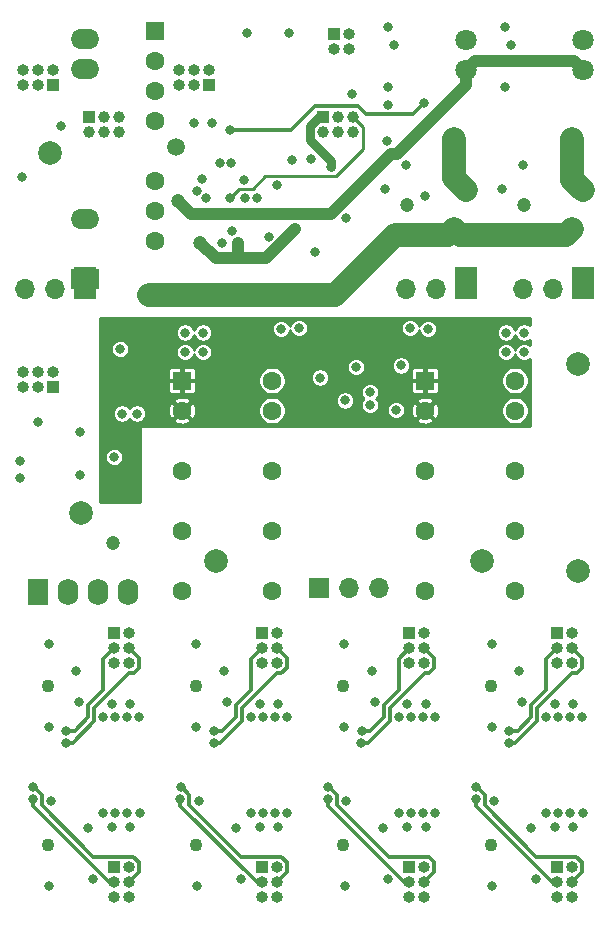
<source format=gbr>
%TF.GenerationSoftware,KiCad,Pcbnew,(5.1.10)-1*%
%TF.CreationDate,2022-01-19T08:45:22+07:00*%
%TF.ProjectId,PCB_4x_pnlz1_3,5043425f-3478-45f7-906e-6c7a315f332e,rev?*%
%TF.SameCoordinates,Original*%
%TF.FileFunction,Copper,L2,Inr*%
%TF.FilePolarity,Positive*%
%FSLAX46Y46*%
G04 Gerber Fmt 4.6, Leading zero omitted, Abs format (unit mm)*
G04 Created by KiCad (PCBNEW (5.1.10)-1) date 2022-01-19 08:45:22*
%MOMM*%
%LPD*%
G01*
G04 APERTURE LIST*
%TA.AperFunction,ComponentPad*%
%ADD10R,1.000000X1.000000*%
%TD*%
%TA.AperFunction,ComponentPad*%
%ADD11O,1.000000X1.000000*%
%TD*%
%TA.AperFunction,ComponentPad*%
%ADD12C,1.000000*%
%TD*%
%TA.AperFunction,ComponentPad*%
%ADD13C,1.600000*%
%TD*%
%TA.AperFunction,ComponentPad*%
%ADD14R,1.600000X1.600000*%
%TD*%
%TA.AperFunction,ComponentPad*%
%ADD15R,2.400000X1.700000*%
%TD*%
%TA.AperFunction,ComponentPad*%
%ADD16O,2.400000X1.700000*%
%TD*%
%TA.AperFunction,ComponentPad*%
%ADD17O,1.700000X1.700000*%
%TD*%
%TA.AperFunction,ComponentPad*%
%ADD18R,1.900000X2.700000*%
%TD*%
%TA.AperFunction,ComponentPad*%
%ADD19C,1.500000*%
%TD*%
%TA.AperFunction,ComponentPad*%
%ADD20O,1.600000X1.600000*%
%TD*%
%TA.AperFunction,ComponentPad*%
%ADD21C,2.000000*%
%TD*%
%TA.AperFunction,ComponentPad*%
%ADD22C,1.800000*%
%TD*%
%TA.AperFunction,ComponentPad*%
%ADD23R,1.800000X1.800000*%
%TD*%
%TA.AperFunction,ComponentPad*%
%ADD24R,1.700000X1.700000*%
%TD*%
%TA.AperFunction,ComponentPad*%
%ADD25O,1.750000X2.250000*%
%TD*%
%TA.AperFunction,ComponentPad*%
%ADD26R,1.750000X2.250000*%
%TD*%
%TA.AperFunction,ViaPad*%
%ADD27C,0.800000*%
%TD*%
%TA.AperFunction,ViaPad*%
%ADD28C,1.200000*%
%TD*%
%TA.AperFunction,ViaPad*%
%ADD29C,1.000000*%
%TD*%
%TA.AperFunction,ViaPad*%
%ADD30C,1.100000*%
%TD*%
%TA.AperFunction,Conductor*%
%ADD31C,1.000000*%
%TD*%
%TA.AperFunction,Conductor*%
%ADD32C,2.000000*%
%TD*%
%TA.AperFunction,Conductor*%
%ADD33C,0.800000*%
%TD*%
%TA.AperFunction,Conductor*%
%ADD34C,0.300000*%
%TD*%
%TA.AperFunction,Conductor*%
%ADD35C,0.250000*%
%TD*%
%TA.AperFunction,Conductor*%
%ADD36C,0.254000*%
%TD*%
%TA.AperFunction,Conductor*%
%ADD37C,0.020000*%
%TD*%
G04 APERTURE END LIST*
D10*
%TO.N,VCCQ*%
%TO.C,J2*%
X94544000Y-124536000D03*
D11*
%TO.N,GND2*%
X95814000Y-124536000D03*
%TO.N,/SDAq*%
X94544000Y-125806000D03*
%TO.N,/SCLq*%
X95814000Y-125806000D03*
%TO.N,/outa*%
X94544000Y-127076000D03*
%TO.N,/inb*%
X95814000Y-127076000D03*
%TD*%
D10*
%TO.N,VCCQ*%
%TO.C,J2*%
X82044000Y-124536000D03*
D11*
%TO.N,GND2*%
X83314000Y-124536000D03*
%TO.N,/SDAq*%
X82044000Y-125806000D03*
%TO.N,/SCLq*%
X83314000Y-125806000D03*
%TO.N,/outa*%
X82044000Y-127076000D03*
%TO.N,/inb*%
X83314000Y-127076000D03*
%TD*%
D10*
%TO.N,VCCQ*%
%TO.C,J2*%
X69544000Y-124536000D03*
D11*
%TO.N,GND2*%
X70814000Y-124536000D03*
%TO.N,/SDAq*%
X69544000Y-125806000D03*
%TO.N,/SCLq*%
X70814000Y-125806000D03*
%TO.N,/outa*%
X69544000Y-127076000D03*
%TO.N,/inb*%
X70814000Y-127076000D03*
%TD*%
D10*
%TO.N,/ina*%
%TO.C,J1*%
X94544000Y-104724000D03*
D11*
%TO.N,/outb*%
X95814000Y-104724000D03*
%TO.N,/SDA*%
X94544000Y-105994000D03*
%TO.N,/SCL*%
X95814000Y-105994000D03*
%TO.N,VCC*%
X94544000Y-107264000D03*
%TO.N,GND*%
X95814000Y-107264000D03*
%TD*%
D10*
%TO.N,/ina*%
%TO.C,J1*%
X82044000Y-104724000D03*
D11*
%TO.N,/outb*%
X83314000Y-104724000D03*
%TO.N,/SDA*%
X82044000Y-105994000D03*
%TO.N,/SCL*%
X83314000Y-105994000D03*
%TO.N,VCC*%
X82044000Y-107264000D03*
%TO.N,GND*%
X83314000Y-107264000D03*
%TD*%
D10*
%TO.N,/ina*%
%TO.C,J1*%
X69544000Y-104724000D03*
D11*
%TO.N,/outb*%
X70814000Y-104724000D03*
%TO.N,/SDA*%
X69544000Y-105994000D03*
%TO.N,/SCL*%
X70814000Y-105994000D03*
%TO.N,VCC*%
X69544000Y-107264000D03*
%TO.N,GND*%
X70814000Y-107264000D03*
%TD*%
D12*
%TO.N,/Int*%
%TO.C,U7*%
X77291000Y-62287000D03*
%TO.N,/+5V_valid*%
X77291000Y-61017000D03*
%TO.N,/I2C_SCL*%
X76021000Y-62287000D03*
%TO.N,/I2C_SDA*%
X76021000Y-61017000D03*
%TO.N,GNDPWR*%
X74751000Y-62287000D03*
D10*
%TO.N,+3.3VP*%
X74751000Y-61017000D03*
D12*
%TO.N,GND1*%
X57479000Y-62287000D03*
%TO.N,+5P*%
X57479000Y-61017000D03*
%TO.N,/scl0*%
X56209000Y-62287000D03*
%TO.N,/sda0*%
X56209000Y-61017000D03*
%TO.N,/I2C_Int*%
X54939000Y-62287000D03*
D10*
%TO.N,/+5V_state*%
X54939000Y-61017000D03*
%TD*%
D13*
%TO.N,Net-(JP6-Pad1)*%
%TO.C,U4*%
X60527000Y-71558000D03*
%TO.N,GNDPWR*%
X60527000Y-69018000D03*
%TO.N,Net-(JP5-Pad1)*%
X60536500Y-66478000D03*
%TO.N,/+5V_state*%
X60527000Y-61398000D03*
%TO.N,+5P*%
X60527000Y-58858000D03*
%TO.N,GND1*%
X60527000Y-56318000D03*
D14*
%TO.N,Net-(C6-Pad2)*%
X60527000Y-53778000D03*
%TD*%
D15*
%TO.N,Net-(J1-Pad1)*%
%TO.C,U1*%
X54558000Y-74733000D03*
D16*
%TO.N,Net-(J1-Pad3)*%
X54558000Y-69653000D03*
%TO.N,+5V*%
X54558000Y-56953000D03*
%TO.N,GND1*%
X54558000Y-54413000D03*
%TD*%
D17*
%TO.N,/Load2N*%
%TO.C,J4*%
X91642000Y-75622000D03*
%TO.N,N/C*%
X94182000Y-75622000D03*
D18*
%TO.N,Net-(J4-Pad1)*%
X96722000Y-75114000D03*
%TD*%
D17*
%TO.N,/Load1N*%
%TO.C,J3*%
X81736000Y-75622000D03*
%TO.N,N/C*%
X84276000Y-75622000D03*
D18*
%TO.N,Net-(J3-Pad1)*%
X86816000Y-75114000D03*
%TD*%
D17*
%TO.N,Net-(J1-Pad3)*%
%TO.C,J1*%
X49478000Y-75622000D03*
%TO.N,N/C*%
X52018000Y-75622000D03*
D18*
%TO.N,Net-(J1-Pad1)*%
X54558000Y-75114000D03*
%TD*%
D11*
%TO.N,/nRst*%
%TO.C,JP4*%
X76910000Y-55302000D03*
%TO.N,GNDPWR*%
X76910000Y-54032000D03*
%TO.N,Net-(JP4-Pad2)*%
X75640000Y-55302000D03*
D10*
%TO.N,GNDPWR*%
X75640000Y-54032000D03*
%TD*%
D11*
%TO.N,/sda0*%
%TO.C,J6*%
X62559000Y-57080000D03*
%TO.N,/scl0*%
X62559000Y-58350000D03*
%TO.N,GND1*%
X63829000Y-57080000D03*
X63829000Y-58350000D03*
%TO.N,/I2C_Int*%
X65099000Y-57080000D03*
D10*
%TO.N,/+5V_state*%
X65099000Y-58350000D03*
%TD*%
D19*
%TO.N,Net-(KP1-Pad1)*%
%TO.C,KP1*%
X62305000Y-63557000D03*
%TD*%
D20*
%TO.N,Net-(F1-Pad2)*%
%TO.C,F1*%
X85800000Y-62922000D03*
D13*
%TO.N,AC*%
X85800000Y-70542000D03*
%TD*%
D21*
%TO.N,GND1*%
%TO.C,GND1*%
X51637000Y-64065000D03*
%TD*%
D22*
%TO.N,Net-(D3-Pad2)*%
%TO.C,U2*%
X86816000Y-54540000D03*
%TO.N,+5VP*%
X86816000Y-57080000D03*
%TO.N,Net-(F1-Pad2)*%
X86816000Y-67240000D03*
D23*
%TO.N,Net-(J3-Pad1)*%
X86816000Y-74860000D03*
%TD*%
D22*
%TO.N,Net-(D4-Pad2)*%
%TO.C,U3*%
X96722000Y-54540000D03*
%TO.N,+5VP*%
X96722000Y-57080000D03*
%TO.N,Net-(F2-Pad2)*%
X96722000Y-67240000D03*
D23*
%TO.N,Net-(J4-Pad1)*%
X96722000Y-74860000D03*
%TD*%
D11*
%TO.N,+5V*%
%TO.C,J2*%
X49351000Y-57080000D03*
X49351000Y-58350000D03*
%TO.N,GND1*%
X50621000Y-57080000D03*
X50621000Y-58350000D03*
%TO.N,+5P*%
X51891000Y-57080000D03*
D10*
X51891000Y-58350000D03*
%TD*%
D20*
%TO.N,Net-(F2-Pad2)*%
%TO.C,F2*%
X95833000Y-62922000D03*
D13*
%TO.N,AC*%
X95833000Y-70542000D03*
%TD*%
D11*
%TO.N,/scl0*%
%TO.C,J2*%
X49351000Y-82580000D03*
%TO.N,/sda0*%
X49351000Y-83850000D03*
%TO.N,GND1*%
X50621000Y-82580000D03*
X50621000Y-83850000D03*
%TO.N,+5P*%
X51891000Y-82580000D03*
D10*
X51891000Y-83850000D03*
%TD*%
D21*
%TO.N,Net-(C5-Pad2)*%
%TO.C,C5*%
X88213000Y-98582000D03*
%TO.N,Net-(C5-Pad1)*%
X65713000Y-98582000D03*
%TD*%
D14*
%TO.N,+5VP*%
%TO.C,K2*%
X83387000Y-83342000D03*
D13*
X83387000Y-85882000D03*
%TO.N,Net-(J1-Pad3)*%
X83387000Y-90962000D03*
%TO.N,Net-(C7-Pad1)*%
X83387000Y-96042000D03*
%TO.N,Net-(K2-Pad8)*%
X83387000Y-101122000D03*
X91007000Y-101122000D03*
%TO.N,Net-(C5-Pad2)*%
X91007000Y-96042000D03*
%TO.N,Net-(C7-Pad1)*%
X91007000Y-90962000D03*
%TO.N,Net-(C12-Pad2)*%
X91007000Y-85882000D03*
%TO.N,Net-(C11-Pad2)*%
X91007000Y-83342000D03*
%TD*%
D24*
%TO.N,Net-(J1-Pad1)*%
%TO.C,J1*%
X74370000Y-100868000D03*
D17*
%TO.N,N/C*%
X76910000Y-100868000D03*
%TO.N,Net-(J1-Pad3)*%
X79450000Y-100868000D03*
%TD*%
D21*
%TO.N,GND2*%
%TO.C,TP1*%
X54240500Y-94518000D03*
%TD*%
D25*
%TO.N,Net-(C6-Pad2)*%
%TO.C,PS1*%
X58241000Y-101249000D03*
%TO.N,GND2*%
X55701000Y-101249000D03*
%TO.N,+5P*%
X53161000Y-101249000D03*
D26*
%TO.N,GND1*%
X50621000Y-101249000D03*
%TD*%
D13*
%TO.N,Net-(C3-Pad2)*%
%TO.C,K1*%
X70433000Y-83342000D03*
%TO.N,Net-(C4-Pad2)*%
X70433000Y-85882000D03*
%TO.N,Net-(J1-Pad1)*%
X70433000Y-90962000D03*
%TO.N,Net-(C5-Pad2)*%
X70433000Y-96042000D03*
%TO.N,Net-(K1-Pad8)*%
X70433000Y-101122000D03*
X62813000Y-101122000D03*
%TO.N,Net-(C7-Pad1)*%
X62813000Y-96042000D03*
%TO.N,Net-(C5-Pad1)*%
X62813000Y-90962000D03*
%TO.N,+5VP*%
X62813000Y-85882000D03*
D14*
X62813000Y-83342000D03*
%TD*%
D21*
%TO.N,Net-(C5-Pad2)*%
%TO.C,C7*%
X96341000Y-99445000D03*
%TO.N,Net-(C7-Pad1)*%
X96341000Y-81945000D03*
%TD*%
D11*
%TO.N,GND*%
%TO.C,J1*%
X58314000Y-107264000D03*
%TO.N,VCC*%
X57044000Y-107264000D03*
%TO.N,/SCL*%
X58314000Y-105994000D03*
%TO.N,/SDA*%
X57044000Y-105994000D03*
%TO.N,/outb*%
X58314000Y-104724000D03*
D10*
%TO.N,/ina*%
X57044000Y-104724000D03*
%TD*%
D11*
%TO.N,/inb*%
%TO.C,J2*%
X58314000Y-127076000D03*
%TO.N,/outa*%
X57044000Y-127076000D03*
%TO.N,/SCLq*%
X58314000Y-125806000D03*
%TO.N,/SDAq*%
X57044000Y-125806000D03*
%TO.N,GND2*%
X58314000Y-124536000D03*
D10*
%TO.N,VCCQ*%
X57044000Y-124536000D03*
%TD*%
D27*
%TO.N,+5P*%
X54177000Y-91343000D03*
X54177000Y-87660000D03*
%TO.N,GND1*%
X57580000Y-80675000D03*
%TO.N,GNDPWR*%
X90118000Y-58477000D03*
D28*
X91769000Y-68510000D03*
X81863000Y-68510000D03*
D27*
X68274000Y-53905000D03*
X80212000Y-58477000D03*
X71830000Y-53905000D03*
X91689000Y-65081000D03*
X81783000Y-65081000D03*
X49224000Y-66097000D03*
X74060945Y-72463065D03*
X70157425Y-71155425D03*
X63829000Y-61525022D03*
X67078402Y-70674063D03*
D28*
%TO.N,+5VP*%
X62432000Y-68129000D03*
D27*
X79095000Y-82199000D03*
D28*
X58495006Y-92740000D03*
%TO.N,AC*%
X60019000Y-76130000D03*
D27*
%TO.N,/scl0*%
X50621000Y-86832000D03*
X49097000Y-90136500D03*
%TO.N,/sda0*%
X49097000Y-91597000D03*
D28*
%TO.N,+3.3VP*%
X64357678Y-71660868D03*
D27*
X75386000Y-65234000D03*
X67512000Y-71685000D03*
D29*
X72387627Y-70471744D03*
D27*
X77164000Y-59112000D03*
%TO.N,Net-(C9-Pad2)*%
X76671824Y-69541826D03*
%TO.N,Net-(C10-Pad1)*%
X79963013Y-67112998D03*
%TO.N,Net-(C11-Pad2)*%
X83382337Y-67752659D03*
X91769000Y-80929000D03*
%TO.N,Net-(C12-Pad1)*%
X89864000Y-67113000D03*
X90245000Y-79278000D03*
%TO.N,/L1_o1_nEn*%
X80212000Y-60001000D03*
X65988000Y-64900679D03*
%TO.N,/L1_o2_nEn*%
X66877000Y-62160000D03*
X83260000Y-59873998D03*
%TO.N,/SPI_MOSI*%
X64461034Y-66240237D03*
%TO.N,/SPI_MISO*%
X64864927Y-67928876D03*
%TO.N,/SPI_SCLK*%
X64060803Y-67282612D03*
%TO.N,/SPI_SSEL*%
X68036969Y-66373799D03*
%TO.N,/Int*%
X73762621Y-64572012D03*
X66999241Y-64890007D03*
%TO.N,Net-(C1-Pad1)*%
X80783500Y-54921000D03*
%TO.N,Net-(C2-Pad1)*%
X90689500Y-54959100D03*
%TO.N,Net-(D1-Pad1)*%
X80275500Y-53397000D03*
%TO.N,Net-(D2-Pad1)*%
X90181500Y-53397000D03*
%TO.N,+5V*%
X52525000Y-61779000D03*
%TO.N,Net-(C4-Pad1)*%
X63067000Y-79278000D03*
D28*
%TO.N,Net-(C6-Pad2)*%
X56971000Y-97058000D03*
D27*
%TO.N,Net-(C17-Pad2)*%
X66162000Y-71685000D03*
X65379000Y-61525020D03*
%TO.N,Net-(R27-Pad2)*%
X70837978Y-66773021D03*
X80196675Y-63032675D03*
%TO.N,/I2C_SDA*%
X69169875Y-67854535D03*
X78715886Y-84316284D03*
X59003000Y-86136000D03*
%TO.N,/I2C_SCL*%
X72124357Y-64711990D03*
X68130639Y-67902033D03*
X78715814Y-85415892D03*
X57733000Y-86136000D03*
%TO.N,/+5V_valid*%
X66877002Y-67875002D03*
%TO.N,Net-(C3-Pad2)*%
X64591000Y-80929000D03*
%TO.N,Net-(C3-Pad1)*%
X64591000Y-79278000D03*
%TO.N,Net-(C4-Pad2)*%
X63067000Y-80929000D03*
%TO.N,Net-(C11-Pad1)*%
X91769000Y-79278000D03*
%TO.N,GND2*%
X77545000Y-82199000D03*
X72719000Y-78897000D03*
X82117000Y-78897000D03*
X71195000Y-78960500D03*
X83641000Y-78960500D03*
X57072032Y-89819000D03*
X58441000Y-121107000D03*
X70941000Y-121107000D03*
X83441000Y-121107000D03*
X95941000Y-121107000D03*
%TO.N,/K1_set*%
X74496992Y-83088000D03*
%TO.N,/K2_set*%
X80933000Y-85841000D03*
%TO.N,/K2_rst*%
X81355000Y-82061000D03*
X76597423Y-85030732D03*
%TO.N,Net-(C12-Pad2)*%
X90245000Y-80929000D03*
%TO.N,Net-(Q3-Pad2)*%
X57171000Y-111836000D03*
X53869000Y-107899006D03*
X69671000Y-111836000D03*
X82171000Y-111836000D03*
X94671000Y-111836000D03*
X66369000Y-107899006D03*
X78869000Y-107899006D03*
X91369000Y-107899006D03*
%TO.N,Net-(Q4-Pad2)*%
X59203000Y-111836000D03*
X51521996Y-105685189D03*
X71703000Y-111836000D03*
X84203000Y-111836000D03*
X96703000Y-111836000D03*
X64021996Y-105685189D03*
X76521996Y-105685189D03*
X89021996Y-105685189D03*
%TO.N,VCC*%
X56891000Y-110693000D03*
D30*
X51456000Y-109169000D03*
D27*
X69391000Y-110693000D03*
X81891000Y-110693000D03*
X94391000Y-110693000D03*
D30*
X63956000Y-109169000D03*
X76456000Y-109169000D03*
X88956000Y-109169000D03*
D27*
%TO.N,GND*%
X58441000Y-110693000D03*
X70941000Y-110693000D03*
X83441000Y-110693000D03*
X95941000Y-110693000D03*
%TO.N,VCCQ*%
X56891000Y-121107000D03*
D30*
X51456000Y-122631000D03*
D27*
X69391000Y-121107000D03*
X81891000Y-121107000D03*
X94391000Y-121107000D03*
D30*
X63956000Y-122631000D03*
X76456000Y-122631000D03*
X88956000Y-122631000D03*
D27*
%TO.N,/SCL*%
X52979953Y-113996581D03*
X65479953Y-113996581D03*
X77979953Y-113996581D03*
X90479953Y-113996581D03*
%TO.N,/SDA*%
X53009645Y-112997010D03*
X65509645Y-112997010D03*
X78009645Y-112997010D03*
X90509645Y-112997010D03*
%TO.N,/SCLq*%
X50190919Y-117789860D03*
X62690919Y-117789860D03*
X75190919Y-117789860D03*
X87690919Y-117789860D03*
%TO.N,/SDAq*%
X50175469Y-118789753D03*
X62675469Y-118789753D03*
X75175469Y-118789753D03*
X87675469Y-118789753D03*
%TO.N,Net-(Q1-Pad2)*%
X56155000Y-111836000D03*
X54123004Y-110597102D03*
X68655000Y-111836000D03*
X81155000Y-111836000D03*
X93655000Y-111836000D03*
X66623004Y-110597102D03*
X79123004Y-110597102D03*
X91623004Y-110597102D03*
%TO.N,Net-(Q2-Pad2)*%
X58187000Y-111836000D03*
X51519496Y-112658467D03*
X70687000Y-111836000D03*
X83187000Y-111836000D03*
X95687000Y-111836000D03*
X64019496Y-112658467D03*
X76519496Y-112658467D03*
X89019496Y-112658467D03*
%TO.N,Net-(Q5-Pad2)*%
X54860265Y-121245990D03*
X56161379Y-119942295D03*
X67360265Y-121245990D03*
X79860265Y-121245990D03*
X92360265Y-121245990D03*
X68661379Y-119942295D03*
X81161379Y-119942295D03*
X93661379Y-119942295D03*
%TO.N,Net-(Q6-Pad2)*%
X58187000Y-119964000D03*
X51710000Y-118948000D03*
X70687000Y-119964000D03*
X83187000Y-119964000D03*
X95687000Y-119964000D03*
X64210000Y-118948000D03*
X76710000Y-118948000D03*
X89210000Y-118948000D03*
%TO.N,Net-(Q7-Pad2)*%
X51582726Y-126115423D03*
X57171000Y-119964000D03*
X64082726Y-126115423D03*
X76582726Y-126115423D03*
X89082726Y-126115423D03*
X69671000Y-119964000D03*
X82171000Y-119964000D03*
X94671000Y-119964000D03*
%TO.N,Net-(Q8-Pad2)*%
X59232135Y-119964043D03*
X55266000Y-125552000D03*
X71732135Y-119964043D03*
X84232135Y-119964043D03*
X96732135Y-119964043D03*
X67766000Y-125552000D03*
X80266000Y-125552000D03*
X92766000Y-125552000D03*
%TD*%
D31*
%TO.N,+5VP*%
X95960000Y-56318000D02*
X96722000Y-57080000D01*
X87578000Y-56318000D02*
X95960000Y-56318000D01*
X86816000Y-57080000D02*
X87578000Y-56318000D01*
X86816000Y-58352792D02*
X86816000Y-57080000D01*
X80976792Y-64192000D02*
X86816000Y-58352792D01*
X80466000Y-64192000D02*
X80976792Y-64192000D01*
X75391991Y-69266009D02*
X80466000Y-64192000D01*
X63569009Y-69266009D02*
X75391991Y-69266009D01*
X62432000Y-68129000D02*
X63569009Y-69266009D01*
X95960000Y-56318000D02*
X96722000Y-57080000D01*
X87578000Y-56318000D02*
X95960000Y-56318000D01*
X86816000Y-57080000D02*
X87578000Y-56318000D01*
X86816000Y-58352792D02*
X86816000Y-57080000D01*
X80976792Y-64192000D02*
X86816000Y-58352792D01*
X80466000Y-64192000D02*
X80976792Y-64192000D01*
X75391991Y-69266009D02*
X80466000Y-64192000D01*
X63569009Y-69266009D02*
X75391991Y-69266009D01*
X62432000Y-68129000D02*
X63569009Y-69266009D01*
D32*
%TO.N,Net-(F1-Pad2)*%
X85800000Y-66224000D02*
X86816000Y-67240000D01*
X85800000Y-62922000D02*
X85800000Y-66224000D01*
X85800000Y-66224000D02*
X86816000Y-67240000D01*
X85800000Y-62922000D02*
X85800000Y-66224000D01*
%TO.N,AC*%
X95325000Y-71050000D02*
X95833000Y-70542000D01*
X86308000Y-71050000D02*
X95325000Y-71050000D01*
X85800000Y-70542000D02*
X86308000Y-71050000D01*
X85292000Y-71050000D02*
X85800000Y-70542000D01*
X80847000Y-71050000D02*
X85292000Y-71050000D01*
X75767000Y-76130000D02*
X80847000Y-71050000D01*
X60019000Y-76130000D02*
X75767000Y-76130000D01*
X95325000Y-71050000D02*
X95833000Y-70542000D01*
X86308000Y-71050000D02*
X95325000Y-71050000D01*
X85800000Y-70542000D02*
X86308000Y-71050000D01*
X85292000Y-71050000D02*
X85800000Y-70542000D01*
X80847000Y-71050000D02*
X85292000Y-71050000D01*
X75767000Y-76130000D02*
X80847000Y-71050000D01*
X60019000Y-76130000D02*
X75767000Y-76130000D01*
%TO.N,Net-(F2-Pad2)*%
X95833000Y-66351000D02*
X96722000Y-67240000D01*
X95833000Y-62922000D02*
X95833000Y-66351000D01*
X95833000Y-66351000D02*
X96722000Y-67240000D01*
X95833000Y-62922000D02*
X95833000Y-66351000D01*
D31*
%TO.N,+3.3VP*%
X64357678Y-71660868D02*
X65651810Y-72955000D01*
X67512000Y-72828000D02*
X67639000Y-72955000D01*
X67512000Y-71685000D02*
X67512000Y-72828000D01*
X65651810Y-72955000D02*
X67639000Y-72955000D01*
X72387627Y-70480874D02*
X72387627Y-70471744D01*
X67639000Y-72955000D02*
X69913501Y-72955000D01*
X69913501Y-72955000D02*
X72387627Y-70480874D01*
D33*
X74751000Y-61017000D02*
X74392998Y-61017000D01*
X73650999Y-62980388D02*
X75386000Y-64715389D01*
X73650999Y-61758999D02*
X73650999Y-62980388D01*
X75386000Y-64715389D02*
X75386000Y-65234000D01*
X74392998Y-61017000D02*
X73650999Y-61758999D01*
D31*
X64357678Y-71660868D02*
X65651810Y-72955000D01*
X67512000Y-72828000D02*
X67639000Y-72955000D01*
X67512000Y-71685000D02*
X67512000Y-72828000D01*
X65651810Y-72955000D02*
X67639000Y-72955000D01*
X72387627Y-70480874D02*
X72387627Y-70471744D01*
X67639000Y-72955000D02*
X69913501Y-72955000D01*
X69913501Y-72955000D02*
X72387627Y-70480874D01*
D33*
X74751000Y-61017000D02*
X74392998Y-61017000D01*
X73650999Y-62980388D02*
X75386000Y-64715389D01*
X73650999Y-61758999D02*
X73650999Y-62980388D01*
X75386000Y-64715389D02*
X75386000Y-65234000D01*
X74392998Y-61017000D02*
X73650999Y-61758999D01*
D34*
%TO.N,/L1_o2_nEn*%
X82382997Y-60751001D02*
X83260000Y-59873998D01*
X78375000Y-60751001D02*
X82382997Y-60751001D01*
X77751999Y-60128000D02*
X78375000Y-60751001D01*
X74052500Y-60128000D02*
X77751999Y-60128000D01*
X72020500Y-62160000D02*
X74052500Y-60128000D01*
X66877000Y-62160000D02*
X72020500Y-62160000D01*
X82382997Y-60751001D02*
X83260000Y-59873998D01*
X78375000Y-60751001D02*
X82382997Y-60751001D01*
X77751999Y-60128000D02*
X78375000Y-60751001D01*
X74052500Y-60128000D02*
X77751999Y-60128000D01*
X72020500Y-62160000D02*
X74052500Y-60128000D01*
X66877000Y-62160000D02*
X72020500Y-62160000D01*
D35*
%TO.N,/+5V_valid*%
X67653199Y-67098805D02*
X66877002Y-67875002D01*
X68796195Y-67098805D02*
X67653199Y-67098805D01*
X69846989Y-66048011D02*
X68796195Y-67098805D01*
X78116001Y-63747999D02*
X75815989Y-66048011D01*
X75815989Y-66048011D02*
X69846989Y-66048011D01*
X78116001Y-61842001D02*
X78116001Y-63747999D01*
X77291000Y-61017000D02*
X78116001Y-61842001D01*
X67653199Y-67098805D02*
X66877002Y-67875002D01*
X68796195Y-67098805D02*
X67653199Y-67098805D01*
X69846989Y-66048011D02*
X68796195Y-67098805D01*
X78116001Y-63747999D02*
X75815989Y-66048011D01*
X75815989Y-66048011D02*
X69846989Y-66048011D01*
X78116001Y-61842001D02*
X78116001Y-63747999D01*
X77291000Y-61017000D02*
X78116001Y-61842001D01*
D34*
%TO.N,/SCL*%
X59164001Y-106844001D02*
X58314000Y-105994000D01*
X59164001Y-107672001D02*
X59164001Y-106844001D01*
X58352999Y-108114001D02*
X58722001Y-108114001D01*
X55393000Y-111074000D02*
X58352999Y-108114001D01*
X58722001Y-108114001D02*
X59164001Y-107672001D01*
X55393000Y-112149219D02*
X55393000Y-111074000D01*
X53545638Y-113996581D02*
X55393000Y-112149219D01*
X52979953Y-113996581D02*
X53545638Y-113996581D01*
X67893000Y-111074000D02*
X70852999Y-108114001D01*
X80393000Y-111074000D02*
X83352999Y-108114001D01*
X92893000Y-111074000D02*
X95852999Y-108114001D01*
X71664001Y-107672001D02*
X71664001Y-106844001D01*
X84164001Y-107672001D02*
X84164001Y-106844001D01*
X96664001Y-107672001D02*
X96664001Y-106844001D01*
X71222001Y-108114001D02*
X71664001Y-107672001D01*
X83722001Y-108114001D02*
X84164001Y-107672001D01*
X96222001Y-108114001D02*
X96664001Y-107672001D01*
X66045638Y-113996581D02*
X67893000Y-112149219D01*
X78545638Y-113996581D02*
X80393000Y-112149219D01*
X91045638Y-113996581D02*
X92893000Y-112149219D01*
X71664001Y-106844001D02*
X70814000Y-105994000D01*
X84164001Y-106844001D02*
X83314000Y-105994000D01*
X96664001Y-106844001D02*
X95814000Y-105994000D01*
X67893000Y-112149219D02*
X67893000Y-111074000D01*
X80393000Y-112149219D02*
X80393000Y-111074000D01*
X92893000Y-112149219D02*
X92893000Y-111074000D01*
X70852999Y-108114001D02*
X71222001Y-108114001D01*
X83352999Y-108114001D02*
X83722001Y-108114001D01*
X95852999Y-108114001D02*
X96222001Y-108114001D01*
X65479953Y-113996581D02*
X66045638Y-113996581D01*
X77979953Y-113996581D02*
X78545638Y-113996581D01*
X90479953Y-113996581D02*
X91045638Y-113996581D01*
%TO.N,/SDA*%
X53723990Y-112997010D02*
X53009645Y-112997010D01*
X54892990Y-111828010D02*
X53723990Y-112997010D01*
X54892990Y-110812010D02*
X54892990Y-111828010D01*
X56155000Y-109550000D02*
X54892990Y-110812010D01*
X56155000Y-106883000D02*
X56155000Y-109550000D01*
X57044000Y-105994000D02*
X56155000Y-106883000D01*
X66223990Y-112997010D02*
X65509645Y-112997010D01*
X78723990Y-112997010D02*
X78009645Y-112997010D01*
X91223990Y-112997010D02*
X90509645Y-112997010D01*
X68655000Y-106883000D02*
X68655000Y-109550000D01*
X81155000Y-106883000D02*
X81155000Y-109550000D01*
X93655000Y-106883000D02*
X93655000Y-109550000D01*
X67392990Y-111828010D02*
X66223990Y-112997010D01*
X79892990Y-111828010D02*
X78723990Y-112997010D01*
X92392990Y-111828010D02*
X91223990Y-112997010D01*
X69544000Y-105994000D02*
X68655000Y-106883000D01*
X82044000Y-105994000D02*
X81155000Y-106883000D01*
X94544000Y-105994000D02*
X93655000Y-106883000D01*
X67392990Y-110812010D02*
X67392990Y-111828010D01*
X79892990Y-110812010D02*
X79892990Y-111828010D01*
X92392990Y-110812010D02*
X92392990Y-111828010D01*
X68655000Y-109550000D02*
X67392990Y-110812010D01*
X81155000Y-109550000D02*
X79892990Y-110812010D01*
X93655000Y-109550000D02*
X92392990Y-110812010D01*
%TO.N,/SCLq*%
X59164001Y-124955999D02*
X58314000Y-125806000D01*
X59164001Y-124127999D02*
X59164001Y-124955999D01*
X58314000Y-125794002D02*
X59164001Y-124944001D01*
X59164001Y-124944001D02*
X59164001Y-124127999D01*
X58314000Y-125806000D02*
X58314000Y-125794002D01*
X50285578Y-117789860D02*
X50190919Y-117789860D01*
X50925470Y-118429752D02*
X50285578Y-117789860D01*
X55298998Y-123647000D02*
X50925470Y-119273472D01*
X50925470Y-119273472D02*
X50925470Y-118429752D01*
X58683002Y-123647000D02*
X55298998Y-123647000D01*
X59164001Y-124127999D02*
X58683002Y-123647000D01*
X71664001Y-124944001D02*
X71664001Y-124127999D01*
X84164001Y-124944001D02*
X84164001Y-124127999D01*
X96664001Y-124944001D02*
X96664001Y-124127999D01*
X62785578Y-117789860D02*
X62690919Y-117789860D01*
X75285578Y-117789860D02*
X75190919Y-117789860D01*
X87785578Y-117789860D02*
X87690919Y-117789860D01*
X63425470Y-118429752D02*
X62785578Y-117789860D01*
X75925470Y-118429752D02*
X75285578Y-117789860D01*
X88425470Y-118429752D02*
X87785578Y-117789860D01*
X71664001Y-124955999D02*
X70814000Y-125806000D01*
X84164001Y-124955999D02*
X83314000Y-125806000D01*
X96664001Y-124955999D02*
X95814000Y-125806000D01*
X67798998Y-123647000D02*
X63425470Y-119273472D01*
X80298998Y-123647000D02*
X75925470Y-119273472D01*
X92798998Y-123647000D02*
X88425470Y-119273472D01*
X71664001Y-124127999D02*
X71664001Y-124955999D01*
X84164001Y-124127999D02*
X84164001Y-124955999D01*
X96664001Y-124127999D02*
X96664001Y-124955999D01*
X70814000Y-125794002D02*
X71664001Y-124944001D01*
X83314000Y-125794002D02*
X84164001Y-124944001D01*
X95814000Y-125794002D02*
X96664001Y-124944001D01*
X70814000Y-125806000D02*
X70814000Y-125794002D01*
X83314000Y-125806000D02*
X83314000Y-125794002D01*
X95814000Y-125806000D02*
X95814000Y-125794002D01*
X71664001Y-124127999D02*
X71183002Y-123647000D01*
X84164001Y-124127999D02*
X83683002Y-123647000D01*
X96664001Y-124127999D02*
X96183002Y-123647000D01*
X63425470Y-119273472D02*
X63425470Y-118429752D01*
X75925470Y-119273472D02*
X75925470Y-118429752D01*
X88425470Y-119273472D02*
X88425470Y-118429752D01*
X71183002Y-123647000D02*
X67798998Y-123647000D01*
X83683002Y-123647000D02*
X80298998Y-123647000D01*
X96183002Y-123647000D02*
X92798998Y-123647000D01*
%TO.N,/SDAq*%
X50175469Y-119355438D02*
X50175469Y-118789753D01*
X56626032Y-125806000D02*
X50175469Y-119355438D01*
X57044000Y-125806000D02*
X56626032Y-125806000D01*
X69126032Y-125806000D02*
X62675469Y-119355438D01*
X81626032Y-125806000D02*
X75175469Y-119355438D01*
X94126032Y-125806000D02*
X87675469Y-119355438D01*
X62675469Y-119355438D02*
X62675469Y-118789753D01*
X75175469Y-119355438D02*
X75175469Y-118789753D01*
X87675469Y-119355438D02*
X87675469Y-118789753D01*
X69544000Y-125806000D02*
X69126032Y-125806000D01*
X82044000Y-125806000D02*
X81626032Y-125806000D01*
X94544000Y-125806000D02*
X94126032Y-125806000D01*
%TD*%
D36*
%TO.N,+5VP*%
X92277000Y-78681499D02*
X92266859Y-78671358D01*
X92138942Y-78585887D01*
X91996809Y-78527013D01*
X91845922Y-78497000D01*
X91692078Y-78497000D01*
X91541191Y-78527013D01*
X91399058Y-78585887D01*
X91271141Y-78671358D01*
X91162358Y-78780141D01*
X91076887Y-78908058D01*
X91018013Y-79050191D01*
X91007000Y-79105558D01*
X90995987Y-79050191D01*
X90937113Y-78908058D01*
X90851642Y-78780141D01*
X90742859Y-78671358D01*
X90614942Y-78585887D01*
X90472809Y-78527013D01*
X90321922Y-78497000D01*
X90168078Y-78497000D01*
X90017191Y-78527013D01*
X89875058Y-78585887D01*
X89747141Y-78671358D01*
X89638358Y-78780141D01*
X89552887Y-78908058D01*
X89494013Y-79050191D01*
X89464000Y-79201078D01*
X89464000Y-79354922D01*
X89494013Y-79505809D01*
X89552887Y-79647942D01*
X89638358Y-79775859D01*
X89747141Y-79884642D01*
X89875058Y-79970113D01*
X90017191Y-80028987D01*
X90168078Y-80059000D01*
X90321922Y-80059000D01*
X90472809Y-80028987D01*
X90614942Y-79970113D01*
X90742859Y-79884642D01*
X90851642Y-79775859D01*
X90937113Y-79647942D01*
X90995987Y-79505809D01*
X91007000Y-79450442D01*
X91018013Y-79505809D01*
X91076887Y-79647942D01*
X91162358Y-79775859D01*
X91271141Y-79884642D01*
X91399058Y-79970113D01*
X91541191Y-80028987D01*
X91692078Y-80059000D01*
X91845922Y-80059000D01*
X91996809Y-80028987D01*
X92138942Y-79970113D01*
X92266859Y-79884642D01*
X92277000Y-79874501D01*
X92277000Y-80332499D01*
X92266859Y-80322358D01*
X92138942Y-80236887D01*
X91996809Y-80178013D01*
X91845922Y-80148000D01*
X91692078Y-80148000D01*
X91541191Y-80178013D01*
X91399058Y-80236887D01*
X91271141Y-80322358D01*
X91162358Y-80431141D01*
X91076887Y-80559058D01*
X91018013Y-80701191D01*
X91007000Y-80756558D01*
X90995987Y-80701191D01*
X90937113Y-80559058D01*
X90851642Y-80431141D01*
X90742859Y-80322358D01*
X90614942Y-80236887D01*
X90472809Y-80178013D01*
X90321922Y-80148000D01*
X90168078Y-80148000D01*
X90017191Y-80178013D01*
X89875058Y-80236887D01*
X89747141Y-80322358D01*
X89638358Y-80431141D01*
X89552887Y-80559058D01*
X89494013Y-80701191D01*
X89464000Y-80852078D01*
X89464000Y-81005922D01*
X89494013Y-81156809D01*
X89552887Y-81298942D01*
X89638358Y-81426859D01*
X89747141Y-81535642D01*
X89875058Y-81621113D01*
X90017191Y-81679987D01*
X90168078Y-81710000D01*
X90321922Y-81710000D01*
X90472809Y-81679987D01*
X90614942Y-81621113D01*
X90742859Y-81535642D01*
X90851642Y-81426859D01*
X90937113Y-81298942D01*
X90995987Y-81156809D01*
X91007000Y-81101442D01*
X91018013Y-81156809D01*
X91076887Y-81298942D01*
X91162358Y-81426859D01*
X91271141Y-81535642D01*
X91399058Y-81621113D01*
X91541191Y-81679987D01*
X91692078Y-81710000D01*
X91845922Y-81710000D01*
X91996809Y-81679987D01*
X92138942Y-81621113D01*
X92266859Y-81535642D01*
X92277000Y-81525501D01*
X92277000Y-87152000D01*
X59384000Y-87152000D01*
X59359224Y-87154440D01*
X59335399Y-87161667D01*
X59313443Y-87173403D01*
X59294197Y-87189197D01*
X59278403Y-87208443D01*
X59266667Y-87230399D01*
X59259440Y-87254224D01*
X59257000Y-87279000D01*
X59257000Y-93629000D01*
X55828000Y-93629000D01*
X55828000Y-89742078D01*
X56291032Y-89742078D01*
X56291032Y-89895922D01*
X56321045Y-90046809D01*
X56379919Y-90188942D01*
X56465390Y-90316859D01*
X56574173Y-90425642D01*
X56702090Y-90511113D01*
X56844223Y-90569987D01*
X56995110Y-90600000D01*
X57148954Y-90600000D01*
X57299841Y-90569987D01*
X57441974Y-90511113D01*
X57569891Y-90425642D01*
X57678674Y-90316859D01*
X57764145Y-90188942D01*
X57823019Y-90046809D01*
X57853032Y-89895922D01*
X57853032Y-89742078D01*
X57823019Y-89591191D01*
X57764145Y-89449058D01*
X57678674Y-89321141D01*
X57569891Y-89212358D01*
X57441974Y-89126887D01*
X57299841Y-89068013D01*
X57148954Y-89038000D01*
X56995110Y-89038000D01*
X56844223Y-89068013D01*
X56702090Y-89126887D01*
X56574173Y-89212358D01*
X56465390Y-89321141D01*
X56379919Y-89449058D01*
X56321045Y-89591191D01*
X56291032Y-89742078D01*
X55828000Y-89742078D01*
X55828000Y-86059078D01*
X56952000Y-86059078D01*
X56952000Y-86212922D01*
X56982013Y-86363809D01*
X57040887Y-86505942D01*
X57126358Y-86633859D01*
X57235141Y-86742642D01*
X57363058Y-86828113D01*
X57505191Y-86886987D01*
X57656078Y-86917000D01*
X57809922Y-86917000D01*
X57960809Y-86886987D01*
X58102942Y-86828113D01*
X58230859Y-86742642D01*
X58339642Y-86633859D01*
X58368000Y-86591418D01*
X58396358Y-86633859D01*
X58505141Y-86742642D01*
X58633058Y-86828113D01*
X58775191Y-86886987D01*
X58926078Y-86917000D01*
X59079922Y-86917000D01*
X59230809Y-86886987D01*
X59372942Y-86828113D01*
X59500859Y-86742642D01*
X59545793Y-86697708D01*
X62087801Y-86697708D01*
X62168259Y-86878293D01*
X62375015Y-86984932D01*
X62598602Y-87049186D01*
X62830429Y-87068586D01*
X63061586Y-87042386D01*
X63283189Y-86971592D01*
X63457741Y-86878293D01*
X63538199Y-86697708D01*
X62813000Y-85972510D01*
X62087801Y-86697708D01*
X59545793Y-86697708D01*
X59609642Y-86633859D01*
X59695113Y-86505942D01*
X59753987Y-86363809D01*
X59784000Y-86212922D01*
X59784000Y-86059078D01*
X59753987Y-85908191D01*
X59750358Y-85899429D01*
X61626414Y-85899429D01*
X61652614Y-86130586D01*
X61723408Y-86352189D01*
X61816707Y-86526741D01*
X61997292Y-86607199D01*
X62722490Y-85882000D01*
X62903510Y-85882000D01*
X63628708Y-86607199D01*
X63809293Y-86526741D01*
X63915932Y-86319985D01*
X63980186Y-86096398D01*
X63999586Y-85864571D01*
X63988378Y-85765682D01*
X69252000Y-85765682D01*
X69252000Y-85998318D01*
X69297386Y-86226485D01*
X69386412Y-86441413D01*
X69515658Y-86634843D01*
X69680157Y-86799342D01*
X69873587Y-86928588D01*
X70088515Y-87017614D01*
X70316682Y-87063000D01*
X70549318Y-87063000D01*
X70777485Y-87017614D01*
X70992413Y-86928588D01*
X71185843Y-86799342D01*
X71287477Y-86697708D01*
X82661801Y-86697708D01*
X82742259Y-86878293D01*
X82949015Y-86984932D01*
X83172602Y-87049186D01*
X83404429Y-87068586D01*
X83635586Y-87042386D01*
X83857189Y-86971592D01*
X84031741Y-86878293D01*
X84112199Y-86697708D01*
X83387000Y-85972510D01*
X82661801Y-86697708D01*
X71287477Y-86697708D01*
X71350342Y-86634843D01*
X71479588Y-86441413D01*
X71568614Y-86226485D01*
X71614000Y-85998318D01*
X71614000Y-85765682D01*
X71568614Y-85537515D01*
X71479588Y-85322587D01*
X71350342Y-85129157D01*
X71185843Y-84964658D01*
X71169608Y-84953810D01*
X75816423Y-84953810D01*
X75816423Y-85107654D01*
X75846436Y-85258541D01*
X75905310Y-85400674D01*
X75990781Y-85528591D01*
X76099564Y-85637374D01*
X76227481Y-85722845D01*
X76369614Y-85781719D01*
X76520501Y-85811732D01*
X76674345Y-85811732D01*
X76825232Y-85781719D01*
X76967365Y-85722845D01*
X77095282Y-85637374D01*
X77204065Y-85528591D01*
X77289536Y-85400674D01*
X77315094Y-85338970D01*
X77934814Y-85338970D01*
X77934814Y-85492814D01*
X77964827Y-85643701D01*
X78023701Y-85785834D01*
X78109172Y-85913751D01*
X78217955Y-86022534D01*
X78345872Y-86108005D01*
X78488005Y-86166879D01*
X78638892Y-86196892D01*
X78792736Y-86196892D01*
X78943623Y-86166879D01*
X79085756Y-86108005D01*
X79213673Y-86022534D01*
X79322456Y-85913751D01*
X79407927Y-85785834D01*
X79416938Y-85764078D01*
X80152000Y-85764078D01*
X80152000Y-85917922D01*
X80182013Y-86068809D01*
X80240887Y-86210942D01*
X80326358Y-86338859D01*
X80435141Y-86447642D01*
X80563058Y-86533113D01*
X80705191Y-86591987D01*
X80856078Y-86622000D01*
X81009922Y-86622000D01*
X81160809Y-86591987D01*
X81302942Y-86533113D01*
X81430859Y-86447642D01*
X81539642Y-86338859D01*
X81625113Y-86210942D01*
X81683987Y-86068809D01*
X81714000Y-85917922D01*
X81714000Y-85899429D01*
X82200414Y-85899429D01*
X82226614Y-86130586D01*
X82297408Y-86352189D01*
X82390707Y-86526741D01*
X82571292Y-86607199D01*
X83296490Y-85882000D01*
X83477510Y-85882000D01*
X84202708Y-86607199D01*
X84383293Y-86526741D01*
X84489932Y-86319985D01*
X84554186Y-86096398D01*
X84573586Y-85864571D01*
X84562378Y-85765682D01*
X89826000Y-85765682D01*
X89826000Y-85998318D01*
X89871386Y-86226485D01*
X89960412Y-86441413D01*
X90089658Y-86634843D01*
X90254157Y-86799342D01*
X90447587Y-86928588D01*
X90662515Y-87017614D01*
X90890682Y-87063000D01*
X91123318Y-87063000D01*
X91351485Y-87017614D01*
X91566413Y-86928588D01*
X91759843Y-86799342D01*
X91924342Y-86634843D01*
X92053588Y-86441413D01*
X92142614Y-86226485D01*
X92188000Y-85998318D01*
X92188000Y-85765682D01*
X92142614Y-85537515D01*
X92053588Y-85322587D01*
X91924342Y-85129157D01*
X91759843Y-84964658D01*
X91566413Y-84835412D01*
X91351485Y-84746386D01*
X91123318Y-84701000D01*
X90890682Y-84701000D01*
X90662515Y-84746386D01*
X90447587Y-84835412D01*
X90254157Y-84964658D01*
X90089658Y-85129157D01*
X89960412Y-85322587D01*
X89871386Y-85537515D01*
X89826000Y-85765682D01*
X84562378Y-85765682D01*
X84547386Y-85633414D01*
X84476592Y-85411811D01*
X84383293Y-85237259D01*
X84202708Y-85156801D01*
X83477510Y-85882000D01*
X83296490Y-85882000D01*
X82571292Y-85156801D01*
X82390707Y-85237259D01*
X82284068Y-85444015D01*
X82219814Y-85667602D01*
X82200414Y-85899429D01*
X81714000Y-85899429D01*
X81714000Y-85764078D01*
X81683987Y-85613191D01*
X81625113Y-85471058D01*
X81539642Y-85343141D01*
X81430859Y-85234358D01*
X81302942Y-85148887D01*
X81160809Y-85090013D01*
X81041555Y-85066292D01*
X82661801Y-85066292D01*
X83387000Y-85791490D01*
X84112199Y-85066292D01*
X84031741Y-84885707D01*
X83824985Y-84779068D01*
X83601398Y-84714814D01*
X83369571Y-84695414D01*
X83138414Y-84721614D01*
X82916811Y-84792408D01*
X82742259Y-84885707D01*
X82661801Y-85066292D01*
X81041555Y-85066292D01*
X81009922Y-85060000D01*
X80856078Y-85060000D01*
X80705191Y-85090013D01*
X80563058Y-85148887D01*
X80435141Y-85234358D01*
X80326358Y-85343141D01*
X80240887Y-85471058D01*
X80182013Y-85613191D01*
X80152000Y-85764078D01*
X79416938Y-85764078D01*
X79466801Y-85643701D01*
X79496814Y-85492814D01*
X79496814Y-85338970D01*
X79466801Y-85188083D01*
X79407927Y-85045950D01*
X79322456Y-84918033D01*
X79270547Y-84866124D01*
X79322528Y-84814143D01*
X79407999Y-84686226D01*
X79466873Y-84544093D01*
X79496886Y-84393206D01*
X79496886Y-84239362D01*
X79477520Y-84142000D01*
X82204157Y-84142000D01*
X82211513Y-84216689D01*
X82233299Y-84288508D01*
X82268678Y-84354696D01*
X82316289Y-84412711D01*
X82374304Y-84460322D01*
X82440492Y-84495701D01*
X82512311Y-84517487D01*
X82587000Y-84524843D01*
X83227750Y-84523000D01*
X83323000Y-84427750D01*
X83323000Y-83406000D01*
X83451000Y-83406000D01*
X83451000Y-84427750D01*
X83546250Y-84523000D01*
X84187000Y-84524843D01*
X84261689Y-84517487D01*
X84333508Y-84495701D01*
X84399696Y-84460322D01*
X84457711Y-84412711D01*
X84505322Y-84354696D01*
X84540701Y-84288508D01*
X84562487Y-84216689D01*
X84569843Y-84142000D01*
X84568000Y-83501250D01*
X84472750Y-83406000D01*
X83451000Y-83406000D01*
X83323000Y-83406000D01*
X82301250Y-83406000D01*
X82206000Y-83501250D01*
X82204157Y-84142000D01*
X79477520Y-84142000D01*
X79466873Y-84088475D01*
X79407999Y-83946342D01*
X79322528Y-83818425D01*
X79213745Y-83709642D01*
X79085828Y-83624171D01*
X78943695Y-83565297D01*
X78792808Y-83535284D01*
X78638964Y-83535284D01*
X78488077Y-83565297D01*
X78345944Y-83624171D01*
X78218027Y-83709642D01*
X78109244Y-83818425D01*
X78023773Y-83946342D01*
X77964899Y-84088475D01*
X77934886Y-84239362D01*
X77934886Y-84393206D01*
X77964899Y-84544093D01*
X78023773Y-84686226D01*
X78109244Y-84814143D01*
X78161153Y-84866052D01*
X78109172Y-84918033D01*
X78023701Y-85045950D01*
X77964827Y-85188083D01*
X77934814Y-85338970D01*
X77315094Y-85338970D01*
X77348410Y-85258541D01*
X77378423Y-85107654D01*
X77378423Y-84953810D01*
X77348410Y-84802923D01*
X77289536Y-84660790D01*
X77204065Y-84532873D01*
X77095282Y-84424090D01*
X76967365Y-84338619D01*
X76825232Y-84279745D01*
X76674345Y-84249732D01*
X76520501Y-84249732D01*
X76369614Y-84279745D01*
X76227481Y-84338619D01*
X76099564Y-84424090D01*
X75990781Y-84532873D01*
X75905310Y-84660790D01*
X75846436Y-84802923D01*
X75816423Y-84953810D01*
X71169608Y-84953810D01*
X70992413Y-84835412D01*
X70777485Y-84746386D01*
X70549318Y-84701000D01*
X70316682Y-84701000D01*
X70088515Y-84746386D01*
X69873587Y-84835412D01*
X69680157Y-84964658D01*
X69515658Y-85129157D01*
X69386412Y-85322587D01*
X69297386Y-85537515D01*
X69252000Y-85765682D01*
X63988378Y-85765682D01*
X63973386Y-85633414D01*
X63902592Y-85411811D01*
X63809293Y-85237259D01*
X63628708Y-85156801D01*
X62903510Y-85882000D01*
X62722490Y-85882000D01*
X61997292Y-85156801D01*
X61816707Y-85237259D01*
X61710068Y-85444015D01*
X61645814Y-85667602D01*
X61626414Y-85899429D01*
X59750358Y-85899429D01*
X59695113Y-85766058D01*
X59609642Y-85638141D01*
X59500859Y-85529358D01*
X59372942Y-85443887D01*
X59230809Y-85385013D01*
X59079922Y-85355000D01*
X58926078Y-85355000D01*
X58775191Y-85385013D01*
X58633058Y-85443887D01*
X58505141Y-85529358D01*
X58396358Y-85638141D01*
X58368000Y-85680582D01*
X58339642Y-85638141D01*
X58230859Y-85529358D01*
X58102942Y-85443887D01*
X57960809Y-85385013D01*
X57809922Y-85355000D01*
X57656078Y-85355000D01*
X57505191Y-85385013D01*
X57363058Y-85443887D01*
X57235141Y-85529358D01*
X57126358Y-85638141D01*
X57040887Y-85766058D01*
X56982013Y-85908191D01*
X56952000Y-86059078D01*
X55828000Y-86059078D01*
X55828000Y-85066292D01*
X62087801Y-85066292D01*
X62813000Y-85791490D01*
X63538199Y-85066292D01*
X63457741Y-84885707D01*
X63250985Y-84779068D01*
X63027398Y-84714814D01*
X62795571Y-84695414D01*
X62564414Y-84721614D01*
X62342811Y-84792408D01*
X62168259Y-84885707D01*
X62087801Y-85066292D01*
X55828000Y-85066292D01*
X55828000Y-84142000D01*
X61630157Y-84142000D01*
X61637513Y-84216689D01*
X61659299Y-84288508D01*
X61694678Y-84354696D01*
X61742289Y-84412711D01*
X61800304Y-84460322D01*
X61866492Y-84495701D01*
X61938311Y-84517487D01*
X62013000Y-84524843D01*
X62653750Y-84523000D01*
X62749000Y-84427750D01*
X62749000Y-83406000D01*
X62877000Y-83406000D01*
X62877000Y-84427750D01*
X62972250Y-84523000D01*
X63613000Y-84524843D01*
X63687689Y-84517487D01*
X63759508Y-84495701D01*
X63825696Y-84460322D01*
X63883711Y-84412711D01*
X63931322Y-84354696D01*
X63966701Y-84288508D01*
X63988487Y-84216689D01*
X63995843Y-84142000D01*
X63994000Y-83501250D01*
X63898750Y-83406000D01*
X62877000Y-83406000D01*
X62749000Y-83406000D01*
X61727250Y-83406000D01*
X61632000Y-83501250D01*
X61630157Y-84142000D01*
X55828000Y-84142000D01*
X55828000Y-82542000D01*
X61630157Y-82542000D01*
X61632000Y-83182750D01*
X61727250Y-83278000D01*
X62749000Y-83278000D01*
X62749000Y-82256250D01*
X62877000Y-82256250D01*
X62877000Y-83278000D01*
X63898750Y-83278000D01*
X63951068Y-83225682D01*
X69252000Y-83225682D01*
X69252000Y-83458318D01*
X69297386Y-83686485D01*
X69386412Y-83901413D01*
X69515658Y-84094843D01*
X69680157Y-84259342D01*
X69873587Y-84388588D01*
X70088515Y-84477614D01*
X70316682Y-84523000D01*
X70549318Y-84523000D01*
X70777485Y-84477614D01*
X70992413Y-84388588D01*
X71185843Y-84259342D01*
X71350342Y-84094843D01*
X71479588Y-83901413D01*
X71568614Y-83686485D01*
X71614000Y-83458318D01*
X71614000Y-83225682D01*
X71571312Y-83011078D01*
X73715992Y-83011078D01*
X73715992Y-83164922D01*
X73746005Y-83315809D01*
X73804879Y-83457942D01*
X73890350Y-83585859D01*
X73999133Y-83694642D01*
X74127050Y-83780113D01*
X74269183Y-83838987D01*
X74420070Y-83869000D01*
X74573914Y-83869000D01*
X74724801Y-83838987D01*
X74866934Y-83780113D01*
X74994851Y-83694642D01*
X75103634Y-83585859D01*
X75189105Y-83457942D01*
X75247979Y-83315809D01*
X75277992Y-83164922D01*
X75277992Y-83011078D01*
X75247979Y-82860191D01*
X75189105Y-82718058D01*
X75103634Y-82590141D01*
X74994851Y-82481358D01*
X74866934Y-82395887D01*
X74724801Y-82337013D01*
X74573914Y-82307000D01*
X74420070Y-82307000D01*
X74269183Y-82337013D01*
X74127050Y-82395887D01*
X73999133Y-82481358D01*
X73890350Y-82590141D01*
X73804879Y-82718058D01*
X73746005Y-82860191D01*
X73715992Y-83011078D01*
X71571312Y-83011078D01*
X71568614Y-82997515D01*
X71479588Y-82782587D01*
X71350342Y-82589157D01*
X71185843Y-82424658D01*
X70992413Y-82295412D01*
X70777485Y-82206386D01*
X70549318Y-82161000D01*
X70316682Y-82161000D01*
X70088515Y-82206386D01*
X69873587Y-82295412D01*
X69680157Y-82424658D01*
X69515658Y-82589157D01*
X69386412Y-82782587D01*
X69297386Y-82997515D01*
X69252000Y-83225682D01*
X63951068Y-83225682D01*
X63994000Y-83182750D01*
X63995843Y-82542000D01*
X63988487Y-82467311D01*
X63966701Y-82395492D01*
X63931322Y-82329304D01*
X63883711Y-82271289D01*
X63825696Y-82223678D01*
X63759508Y-82188299D01*
X63687689Y-82166513D01*
X63613000Y-82159157D01*
X62972250Y-82161000D01*
X62877000Y-82256250D01*
X62749000Y-82256250D01*
X62653750Y-82161000D01*
X62013000Y-82159157D01*
X61938311Y-82166513D01*
X61866492Y-82188299D01*
X61800304Y-82223678D01*
X61742289Y-82271289D01*
X61694678Y-82329304D01*
X61659299Y-82395492D01*
X61637513Y-82467311D01*
X61630157Y-82542000D01*
X55828000Y-82542000D01*
X55828000Y-82122078D01*
X76764000Y-82122078D01*
X76764000Y-82275922D01*
X76794013Y-82426809D01*
X76852887Y-82568942D01*
X76938358Y-82696859D01*
X77047141Y-82805642D01*
X77175058Y-82891113D01*
X77317191Y-82949987D01*
X77468078Y-82980000D01*
X77621922Y-82980000D01*
X77772809Y-82949987D01*
X77914942Y-82891113D01*
X78042859Y-82805642D01*
X78151642Y-82696859D01*
X78237113Y-82568942D01*
X78295987Y-82426809D01*
X78326000Y-82275922D01*
X78326000Y-82122078D01*
X78298551Y-81984078D01*
X80574000Y-81984078D01*
X80574000Y-82137922D01*
X80604013Y-82288809D01*
X80662887Y-82430942D01*
X80748358Y-82558859D01*
X80857141Y-82667642D01*
X80985058Y-82753113D01*
X81127191Y-82811987D01*
X81278078Y-82842000D01*
X81431922Y-82842000D01*
X81582809Y-82811987D01*
X81724942Y-82753113D01*
X81852859Y-82667642D01*
X81961642Y-82558859D01*
X81972906Y-82542000D01*
X82204157Y-82542000D01*
X82206000Y-83182750D01*
X82301250Y-83278000D01*
X83323000Y-83278000D01*
X83323000Y-82256250D01*
X83451000Y-82256250D01*
X83451000Y-83278000D01*
X84472750Y-83278000D01*
X84525068Y-83225682D01*
X89826000Y-83225682D01*
X89826000Y-83458318D01*
X89871386Y-83686485D01*
X89960412Y-83901413D01*
X90089658Y-84094843D01*
X90254157Y-84259342D01*
X90447587Y-84388588D01*
X90662515Y-84477614D01*
X90890682Y-84523000D01*
X91123318Y-84523000D01*
X91351485Y-84477614D01*
X91566413Y-84388588D01*
X91759843Y-84259342D01*
X91924342Y-84094843D01*
X92053588Y-83901413D01*
X92142614Y-83686485D01*
X92188000Y-83458318D01*
X92188000Y-83225682D01*
X92142614Y-82997515D01*
X92053588Y-82782587D01*
X91924342Y-82589157D01*
X91759843Y-82424658D01*
X91566413Y-82295412D01*
X91351485Y-82206386D01*
X91123318Y-82161000D01*
X90890682Y-82161000D01*
X90662515Y-82206386D01*
X90447587Y-82295412D01*
X90254157Y-82424658D01*
X90089658Y-82589157D01*
X89960412Y-82782587D01*
X89871386Y-82997515D01*
X89826000Y-83225682D01*
X84525068Y-83225682D01*
X84568000Y-83182750D01*
X84569843Y-82542000D01*
X84562487Y-82467311D01*
X84540701Y-82395492D01*
X84505322Y-82329304D01*
X84457711Y-82271289D01*
X84399696Y-82223678D01*
X84333508Y-82188299D01*
X84261689Y-82166513D01*
X84187000Y-82159157D01*
X83546250Y-82161000D01*
X83451000Y-82256250D01*
X83323000Y-82256250D01*
X83227750Y-82161000D01*
X82587000Y-82159157D01*
X82512311Y-82166513D01*
X82440492Y-82188299D01*
X82374304Y-82223678D01*
X82316289Y-82271289D01*
X82268678Y-82329304D01*
X82233299Y-82395492D01*
X82211513Y-82467311D01*
X82204157Y-82542000D01*
X81972906Y-82542000D01*
X82047113Y-82430942D01*
X82105987Y-82288809D01*
X82136000Y-82137922D01*
X82136000Y-81984078D01*
X82105987Y-81833191D01*
X82047113Y-81691058D01*
X81961642Y-81563141D01*
X81852859Y-81454358D01*
X81724942Y-81368887D01*
X81582809Y-81310013D01*
X81431922Y-81280000D01*
X81278078Y-81280000D01*
X81127191Y-81310013D01*
X80985058Y-81368887D01*
X80857141Y-81454358D01*
X80748358Y-81563141D01*
X80662887Y-81691058D01*
X80604013Y-81833191D01*
X80574000Y-81984078D01*
X78298551Y-81984078D01*
X78295987Y-81971191D01*
X78237113Y-81829058D01*
X78151642Y-81701141D01*
X78042859Y-81592358D01*
X77914942Y-81506887D01*
X77772809Y-81448013D01*
X77621922Y-81418000D01*
X77468078Y-81418000D01*
X77317191Y-81448013D01*
X77175058Y-81506887D01*
X77047141Y-81592358D01*
X76938358Y-81701141D01*
X76852887Y-81829058D01*
X76794013Y-81971191D01*
X76764000Y-82122078D01*
X55828000Y-82122078D01*
X55828000Y-80598078D01*
X56799000Y-80598078D01*
X56799000Y-80751922D01*
X56829013Y-80902809D01*
X56887887Y-81044942D01*
X56973358Y-81172859D01*
X57082141Y-81281642D01*
X57210058Y-81367113D01*
X57352191Y-81425987D01*
X57503078Y-81456000D01*
X57656922Y-81456000D01*
X57807809Y-81425987D01*
X57949942Y-81367113D01*
X58077859Y-81281642D01*
X58186642Y-81172859D01*
X58272113Y-81044942D01*
X58330987Y-80902809D01*
X58341077Y-80852078D01*
X62286000Y-80852078D01*
X62286000Y-81005922D01*
X62316013Y-81156809D01*
X62374887Y-81298942D01*
X62460358Y-81426859D01*
X62569141Y-81535642D01*
X62697058Y-81621113D01*
X62839191Y-81679987D01*
X62990078Y-81710000D01*
X63143922Y-81710000D01*
X63294809Y-81679987D01*
X63436942Y-81621113D01*
X63564859Y-81535642D01*
X63673642Y-81426859D01*
X63759113Y-81298942D01*
X63817987Y-81156809D01*
X63829000Y-81101442D01*
X63840013Y-81156809D01*
X63898887Y-81298942D01*
X63984358Y-81426859D01*
X64093141Y-81535642D01*
X64221058Y-81621113D01*
X64363191Y-81679987D01*
X64514078Y-81710000D01*
X64667922Y-81710000D01*
X64818809Y-81679987D01*
X64960942Y-81621113D01*
X65088859Y-81535642D01*
X65197642Y-81426859D01*
X65283113Y-81298942D01*
X65341987Y-81156809D01*
X65372000Y-81005922D01*
X65372000Y-80852078D01*
X65341987Y-80701191D01*
X65283113Y-80559058D01*
X65197642Y-80431141D01*
X65088859Y-80322358D01*
X64960942Y-80236887D01*
X64818809Y-80178013D01*
X64667922Y-80148000D01*
X64514078Y-80148000D01*
X64363191Y-80178013D01*
X64221058Y-80236887D01*
X64093141Y-80322358D01*
X63984358Y-80431141D01*
X63898887Y-80559058D01*
X63840013Y-80701191D01*
X63829000Y-80756558D01*
X63817987Y-80701191D01*
X63759113Y-80559058D01*
X63673642Y-80431141D01*
X63564859Y-80322358D01*
X63436942Y-80236887D01*
X63294809Y-80178013D01*
X63143922Y-80148000D01*
X62990078Y-80148000D01*
X62839191Y-80178013D01*
X62697058Y-80236887D01*
X62569141Y-80322358D01*
X62460358Y-80431141D01*
X62374887Y-80559058D01*
X62316013Y-80701191D01*
X62286000Y-80852078D01*
X58341077Y-80852078D01*
X58361000Y-80751922D01*
X58361000Y-80598078D01*
X58330987Y-80447191D01*
X58272113Y-80305058D01*
X58186642Y-80177141D01*
X58077859Y-80068358D01*
X57949942Y-79982887D01*
X57807809Y-79924013D01*
X57656922Y-79894000D01*
X57503078Y-79894000D01*
X57352191Y-79924013D01*
X57210058Y-79982887D01*
X57082141Y-80068358D01*
X56973358Y-80177141D01*
X56887887Y-80305058D01*
X56829013Y-80447191D01*
X56799000Y-80598078D01*
X55828000Y-80598078D01*
X55828000Y-79201078D01*
X62286000Y-79201078D01*
X62286000Y-79354922D01*
X62316013Y-79505809D01*
X62374887Y-79647942D01*
X62460358Y-79775859D01*
X62569141Y-79884642D01*
X62697058Y-79970113D01*
X62839191Y-80028987D01*
X62990078Y-80059000D01*
X63143922Y-80059000D01*
X63294809Y-80028987D01*
X63436942Y-79970113D01*
X63564859Y-79884642D01*
X63673642Y-79775859D01*
X63759113Y-79647942D01*
X63817987Y-79505809D01*
X63829000Y-79450442D01*
X63840013Y-79505809D01*
X63898887Y-79647942D01*
X63984358Y-79775859D01*
X64093141Y-79884642D01*
X64221058Y-79970113D01*
X64363191Y-80028987D01*
X64514078Y-80059000D01*
X64667922Y-80059000D01*
X64818809Y-80028987D01*
X64960942Y-79970113D01*
X65088859Y-79884642D01*
X65197642Y-79775859D01*
X65283113Y-79647942D01*
X65341987Y-79505809D01*
X65372000Y-79354922D01*
X65372000Y-79201078D01*
X65341987Y-79050191D01*
X65283113Y-78908058D01*
X65266757Y-78883578D01*
X70414000Y-78883578D01*
X70414000Y-79037422D01*
X70444013Y-79188309D01*
X70502887Y-79330442D01*
X70588358Y-79458359D01*
X70697141Y-79567142D01*
X70825058Y-79652613D01*
X70967191Y-79711487D01*
X71118078Y-79741500D01*
X71271922Y-79741500D01*
X71422809Y-79711487D01*
X71564942Y-79652613D01*
X71692859Y-79567142D01*
X71801642Y-79458359D01*
X71887113Y-79330442D01*
X71945987Y-79188309D01*
X71963315Y-79101192D01*
X71968013Y-79124809D01*
X72026887Y-79266942D01*
X72112358Y-79394859D01*
X72221141Y-79503642D01*
X72349058Y-79589113D01*
X72491191Y-79647987D01*
X72642078Y-79678000D01*
X72795922Y-79678000D01*
X72946809Y-79647987D01*
X73088942Y-79589113D01*
X73216859Y-79503642D01*
X73325642Y-79394859D01*
X73411113Y-79266942D01*
X73469987Y-79124809D01*
X73500000Y-78973922D01*
X73500000Y-78820078D01*
X81336000Y-78820078D01*
X81336000Y-78973922D01*
X81366013Y-79124809D01*
X81424887Y-79266942D01*
X81510358Y-79394859D01*
X81619141Y-79503642D01*
X81747058Y-79589113D01*
X81889191Y-79647987D01*
X82040078Y-79678000D01*
X82193922Y-79678000D01*
X82344809Y-79647987D01*
X82486942Y-79589113D01*
X82614859Y-79503642D01*
X82723642Y-79394859D01*
X82809113Y-79266942D01*
X82867987Y-79124809D01*
X82872685Y-79101192D01*
X82890013Y-79188309D01*
X82948887Y-79330442D01*
X83034358Y-79458359D01*
X83143141Y-79567142D01*
X83271058Y-79652613D01*
X83413191Y-79711487D01*
X83564078Y-79741500D01*
X83717922Y-79741500D01*
X83868809Y-79711487D01*
X84010942Y-79652613D01*
X84138859Y-79567142D01*
X84247642Y-79458359D01*
X84333113Y-79330442D01*
X84391987Y-79188309D01*
X84422000Y-79037422D01*
X84422000Y-78883578D01*
X84391987Y-78732691D01*
X84333113Y-78590558D01*
X84247642Y-78462641D01*
X84138859Y-78353858D01*
X84010942Y-78268387D01*
X83868809Y-78209513D01*
X83717922Y-78179500D01*
X83564078Y-78179500D01*
X83413191Y-78209513D01*
X83271058Y-78268387D01*
X83143141Y-78353858D01*
X83034358Y-78462641D01*
X82948887Y-78590558D01*
X82890013Y-78732691D01*
X82885315Y-78756308D01*
X82867987Y-78669191D01*
X82809113Y-78527058D01*
X82723642Y-78399141D01*
X82614859Y-78290358D01*
X82486942Y-78204887D01*
X82344809Y-78146013D01*
X82193922Y-78116000D01*
X82040078Y-78116000D01*
X81889191Y-78146013D01*
X81747058Y-78204887D01*
X81619141Y-78290358D01*
X81510358Y-78399141D01*
X81424887Y-78527058D01*
X81366013Y-78669191D01*
X81336000Y-78820078D01*
X73500000Y-78820078D01*
X73469987Y-78669191D01*
X73411113Y-78527058D01*
X73325642Y-78399141D01*
X73216859Y-78290358D01*
X73088942Y-78204887D01*
X72946809Y-78146013D01*
X72795922Y-78116000D01*
X72642078Y-78116000D01*
X72491191Y-78146013D01*
X72349058Y-78204887D01*
X72221141Y-78290358D01*
X72112358Y-78399141D01*
X72026887Y-78527058D01*
X71968013Y-78669191D01*
X71950685Y-78756308D01*
X71945987Y-78732691D01*
X71887113Y-78590558D01*
X71801642Y-78462641D01*
X71692859Y-78353858D01*
X71564942Y-78268387D01*
X71422809Y-78209513D01*
X71271922Y-78179500D01*
X71118078Y-78179500D01*
X70967191Y-78209513D01*
X70825058Y-78268387D01*
X70697141Y-78353858D01*
X70588358Y-78462641D01*
X70502887Y-78590558D01*
X70444013Y-78732691D01*
X70414000Y-78883578D01*
X65266757Y-78883578D01*
X65197642Y-78780141D01*
X65088859Y-78671358D01*
X64960942Y-78585887D01*
X64818809Y-78527013D01*
X64667922Y-78497000D01*
X64514078Y-78497000D01*
X64363191Y-78527013D01*
X64221058Y-78585887D01*
X64093141Y-78671358D01*
X63984358Y-78780141D01*
X63898887Y-78908058D01*
X63840013Y-79050191D01*
X63829000Y-79105558D01*
X63817987Y-79050191D01*
X63759113Y-78908058D01*
X63673642Y-78780141D01*
X63564859Y-78671358D01*
X63436942Y-78585887D01*
X63294809Y-78527013D01*
X63143922Y-78497000D01*
X62990078Y-78497000D01*
X62839191Y-78527013D01*
X62697058Y-78585887D01*
X62569141Y-78671358D01*
X62460358Y-78780141D01*
X62374887Y-78908058D01*
X62316013Y-79050191D01*
X62286000Y-79201078D01*
X55828000Y-79201078D01*
X55828000Y-78008000D01*
X92277000Y-78008000D01*
X92277000Y-78681499D01*
%TA.AperFunction,Conductor*%
D37*
G36*
X92277000Y-78681499D02*
G01*
X92266859Y-78671358D01*
X92138942Y-78585887D01*
X91996809Y-78527013D01*
X91845922Y-78497000D01*
X91692078Y-78497000D01*
X91541191Y-78527013D01*
X91399058Y-78585887D01*
X91271141Y-78671358D01*
X91162358Y-78780141D01*
X91076887Y-78908058D01*
X91018013Y-79050191D01*
X91007000Y-79105558D01*
X90995987Y-79050191D01*
X90937113Y-78908058D01*
X90851642Y-78780141D01*
X90742859Y-78671358D01*
X90614942Y-78585887D01*
X90472809Y-78527013D01*
X90321922Y-78497000D01*
X90168078Y-78497000D01*
X90017191Y-78527013D01*
X89875058Y-78585887D01*
X89747141Y-78671358D01*
X89638358Y-78780141D01*
X89552887Y-78908058D01*
X89494013Y-79050191D01*
X89464000Y-79201078D01*
X89464000Y-79354922D01*
X89494013Y-79505809D01*
X89552887Y-79647942D01*
X89638358Y-79775859D01*
X89747141Y-79884642D01*
X89875058Y-79970113D01*
X90017191Y-80028987D01*
X90168078Y-80059000D01*
X90321922Y-80059000D01*
X90472809Y-80028987D01*
X90614942Y-79970113D01*
X90742859Y-79884642D01*
X90851642Y-79775859D01*
X90937113Y-79647942D01*
X90995987Y-79505809D01*
X91007000Y-79450442D01*
X91018013Y-79505809D01*
X91076887Y-79647942D01*
X91162358Y-79775859D01*
X91271141Y-79884642D01*
X91399058Y-79970113D01*
X91541191Y-80028987D01*
X91692078Y-80059000D01*
X91845922Y-80059000D01*
X91996809Y-80028987D01*
X92138942Y-79970113D01*
X92266859Y-79884642D01*
X92277000Y-79874501D01*
X92277000Y-80332499D01*
X92266859Y-80322358D01*
X92138942Y-80236887D01*
X91996809Y-80178013D01*
X91845922Y-80148000D01*
X91692078Y-80148000D01*
X91541191Y-80178013D01*
X91399058Y-80236887D01*
X91271141Y-80322358D01*
X91162358Y-80431141D01*
X91076887Y-80559058D01*
X91018013Y-80701191D01*
X91007000Y-80756558D01*
X90995987Y-80701191D01*
X90937113Y-80559058D01*
X90851642Y-80431141D01*
X90742859Y-80322358D01*
X90614942Y-80236887D01*
X90472809Y-80178013D01*
X90321922Y-80148000D01*
X90168078Y-80148000D01*
X90017191Y-80178013D01*
X89875058Y-80236887D01*
X89747141Y-80322358D01*
X89638358Y-80431141D01*
X89552887Y-80559058D01*
X89494013Y-80701191D01*
X89464000Y-80852078D01*
X89464000Y-81005922D01*
X89494013Y-81156809D01*
X89552887Y-81298942D01*
X89638358Y-81426859D01*
X89747141Y-81535642D01*
X89875058Y-81621113D01*
X90017191Y-81679987D01*
X90168078Y-81710000D01*
X90321922Y-81710000D01*
X90472809Y-81679987D01*
X90614942Y-81621113D01*
X90742859Y-81535642D01*
X90851642Y-81426859D01*
X90937113Y-81298942D01*
X90995987Y-81156809D01*
X91007000Y-81101442D01*
X91018013Y-81156809D01*
X91076887Y-81298942D01*
X91162358Y-81426859D01*
X91271141Y-81535642D01*
X91399058Y-81621113D01*
X91541191Y-81679987D01*
X91692078Y-81710000D01*
X91845922Y-81710000D01*
X91996809Y-81679987D01*
X92138942Y-81621113D01*
X92266859Y-81535642D01*
X92277000Y-81525501D01*
X92277000Y-87152000D01*
X59384000Y-87152000D01*
X59359224Y-87154440D01*
X59335399Y-87161667D01*
X59313443Y-87173403D01*
X59294197Y-87189197D01*
X59278403Y-87208443D01*
X59266667Y-87230399D01*
X59259440Y-87254224D01*
X59257000Y-87279000D01*
X59257000Y-93629000D01*
X55828000Y-93629000D01*
X55828000Y-89742078D01*
X56291032Y-89742078D01*
X56291032Y-89895922D01*
X56321045Y-90046809D01*
X56379919Y-90188942D01*
X56465390Y-90316859D01*
X56574173Y-90425642D01*
X56702090Y-90511113D01*
X56844223Y-90569987D01*
X56995110Y-90600000D01*
X57148954Y-90600000D01*
X57299841Y-90569987D01*
X57441974Y-90511113D01*
X57569891Y-90425642D01*
X57678674Y-90316859D01*
X57764145Y-90188942D01*
X57823019Y-90046809D01*
X57853032Y-89895922D01*
X57853032Y-89742078D01*
X57823019Y-89591191D01*
X57764145Y-89449058D01*
X57678674Y-89321141D01*
X57569891Y-89212358D01*
X57441974Y-89126887D01*
X57299841Y-89068013D01*
X57148954Y-89038000D01*
X56995110Y-89038000D01*
X56844223Y-89068013D01*
X56702090Y-89126887D01*
X56574173Y-89212358D01*
X56465390Y-89321141D01*
X56379919Y-89449058D01*
X56321045Y-89591191D01*
X56291032Y-89742078D01*
X55828000Y-89742078D01*
X55828000Y-86059078D01*
X56952000Y-86059078D01*
X56952000Y-86212922D01*
X56982013Y-86363809D01*
X57040887Y-86505942D01*
X57126358Y-86633859D01*
X57235141Y-86742642D01*
X57363058Y-86828113D01*
X57505191Y-86886987D01*
X57656078Y-86917000D01*
X57809922Y-86917000D01*
X57960809Y-86886987D01*
X58102942Y-86828113D01*
X58230859Y-86742642D01*
X58339642Y-86633859D01*
X58368000Y-86591418D01*
X58396358Y-86633859D01*
X58505141Y-86742642D01*
X58633058Y-86828113D01*
X58775191Y-86886987D01*
X58926078Y-86917000D01*
X59079922Y-86917000D01*
X59230809Y-86886987D01*
X59372942Y-86828113D01*
X59500859Y-86742642D01*
X59545793Y-86697708D01*
X62087801Y-86697708D01*
X62168259Y-86878293D01*
X62375015Y-86984932D01*
X62598602Y-87049186D01*
X62830429Y-87068586D01*
X63061586Y-87042386D01*
X63283189Y-86971592D01*
X63457741Y-86878293D01*
X63538199Y-86697708D01*
X62813000Y-85972510D01*
X62087801Y-86697708D01*
X59545793Y-86697708D01*
X59609642Y-86633859D01*
X59695113Y-86505942D01*
X59753987Y-86363809D01*
X59784000Y-86212922D01*
X59784000Y-86059078D01*
X59753987Y-85908191D01*
X59750358Y-85899429D01*
X61626414Y-85899429D01*
X61652614Y-86130586D01*
X61723408Y-86352189D01*
X61816707Y-86526741D01*
X61997292Y-86607199D01*
X62722490Y-85882000D01*
X62903510Y-85882000D01*
X63628708Y-86607199D01*
X63809293Y-86526741D01*
X63915932Y-86319985D01*
X63980186Y-86096398D01*
X63999586Y-85864571D01*
X63988378Y-85765682D01*
X69252000Y-85765682D01*
X69252000Y-85998318D01*
X69297386Y-86226485D01*
X69386412Y-86441413D01*
X69515658Y-86634843D01*
X69680157Y-86799342D01*
X69873587Y-86928588D01*
X70088515Y-87017614D01*
X70316682Y-87063000D01*
X70549318Y-87063000D01*
X70777485Y-87017614D01*
X70992413Y-86928588D01*
X71185843Y-86799342D01*
X71287477Y-86697708D01*
X82661801Y-86697708D01*
X82742259Y-86878293D01*
X82949015Y-86984932D01*
X83172602Y-87049186D01*
X83404429Y-87068586D01*
X83635586Y-87042386D01*
X83857189Y-86971592D01*
X84031741Y-86878293D01*
X84112199Y-86697708D01*
X83387000Y-85972510D01*
X82661801Y-86697708D01*
X71287477Y-86697708D01*
X71350342Y-86634843D01*
X71479588Y-86441413D01*
X71568614Y-86226485D01*
X71614000Y-85998318D01*
X71614000Y-85765682D01*
X71568614Y-85537515D01*
X71479588Y-85322587D01*
X71350342Y-85129157D01*
X71185843Y-84964658D01*
X71169608Y-84953810D01*
X75816423Y-84953810D01*
X75816423Y-85107654D01*
X75846436Y-85258541D01*
X75905310Y-85400674D01*
X75990781Y-85528591D01*
X76099564Y-85637374D01*
X76227481Y-85722845D01*
X76369614Y-85781719D01*
X76520501Y-85811732D01*
X76674345Y-85811732D01*
X76825232Y-85781719D01*
X76967365Y-85722845D01*
X77095282Y-85637374D01*
X77204065Y-85528591D01*
X77289536Y-85400674D01*
X77315094Y-85338970D01*
X77934814Y-85338970D01*
X77934814Y-85492814D01*
X77964827Y-85643701D01*
X78023701Y-85785834D01*
X78109172Y-85913751D01*
X78217955Y-86022534D01*
X78345872Y-86108005D01*
X78488005Y-86166879D01*
X78638892Y-86196892D01*
X78792736Y-86196892D01*
X78943623Y-86166879D01*
X79085756Y-86108005D01*
X79213673Y-86022534D01*
X79322456Y-85913751D01*
X79407927Y-85785834D01*
X79416938Y-85764078D01*
X80152000Y-85764078D01*
X80152000Y-85917922D01*
X80182013Y-86068809D01*
X80240887Y-86210942D01*
X80326358Y-86338859D01*
X80435141Y-86447642D01*
X80563058Y-86533113D01*
X80705191Y-86591987D01*
X80856078Y-86622000D01*
X81009922Y-86622000D01*
X81160809Y-86591987D01*
X81302942Y-86533113D01*
X81430859Y-86447642D01*
X81539642Y-86338859D01*
X81625113Y-86210942D01*
X81683987Y-86068809D01*
X81714000Y-85917922D01*
X81714000Y-85899429D01*
X82200414Y-85899429D01*
X82226614Y-86130586D01*
X82297408Y-86352189D01*
X82390707Y-86526741D01*
X82571292Y-86607199D01*
X83296490Y-85882000D01*
X83477510Y-85882000D01*
X84202708Y-86607199D01*
X84383293Y-86526741D01*
X84489932Y-86319985D01*
X84554186Y-86096398D01*
X84573586Y-85864571D01*
X84562378Y-85765682D01*
X89826000Y-85765682D01*
X89826000Y-85998318D01*
X89871386Y-86226485D01*
X89960412Y-86441413D01*
X90089658Y-86634843D01*
X90254157Y-86799342D01*
X90447587Y-86928588D01*
X90662515Y-87017614D01*
X90890682Y-87063000D01*
X91123318Y-87063000D01*
X91351485Y-87017614D01*
X91566413Y-86928588D01*
X91759843Y-86799342D01*
X91924342Y-86634843D01*
X92053588Y-86441413D01*
X92142614Y-86226485D01*
X92188000Y-85998318D01*
X92188000Y-85765682D01*
X92142614Y-85537515D01*
X92053588Y-85322587D01*
X91924342Y-85129157D01*
X91759843Y-84964658D01*
X91566413Y-84835412D01*
X91351485Y-84746386D01*
X91123318Y-84701000D01*
X90890682Y-84701000D01*
X90662515Y-84746386D01*
X90447587Y-84835412D01*
X90254157Y-84964658D01*
X90089658Y-85129157D01*
X89960412Y-85322587D01*
X89871386Y-85537515D01*
X89826000Y-85765682D01*
X84562378Y-85765682D01*
X84547386Y-85633414D01*
X84476592Y-85411811D01*
X84383293Y-85237259D01*
X84202708Y-85156801D01*
X83477510Y-85882000D01*
X83296490Y-85882000D01*
X82571292Y-85156801D01*
X82390707Y-85237259D01*
X82284068Y-85444015D01*
X82219814Y-85667602D01*
X82200414Y-85899429D01*
X81714000Y-85899429D01*
X81714000Y-85764078D01*
X81683987Y-85613191D01*
X81625113Y-85471058D01*
X81539642Y-85343141D01*
X81430859Y-85234358D01*
X81302942Y-85148887D01*
X81160809Y-85090013D01*
X81041555Y-85066292D01*
X82661801Y-85066292D01*
X83387000Y-85791490D01*
X84112199Y-85066292D01*
X84031741Y-84885707D01*
X83824985Y-84779068D01*
X83601398Y-84714814D01*
X83369571Y-84695414D01*
X83138414Y-84721614D01*
X82916811Y-84792408D01*
X82742259Y-84885707D01*
X82661801Y-85066292D01*
X81041555Y-85066292D01*
X81009922Y-85060000D01*
X80856078Y-85060000D01*
X80705191Y-85090013D01*
X80563058Y-85148887D01*
X80435141Y-85234358D01*
X80326358Y-85343141D01*
X80240887Y-85471058D01*
X80182013Y-85613191D01*
X80152000Y-85764078D01*
X79416938Y-85764078D01*
X79466801Y-85643701D01*
X79496814Y-85492814D01*
X79496814Y-85338970D01*
X79466801Y-85188083D01*
X79407927Y-85045950D01*
X79322456Y-84918033D01*
X79270547Y-84866124D01*
X79322528Y-84814143D01*
X79407999Y-84686226D01*
X79466873Y-84544093D01*
X79496886Y-84393206D01*
X79496886Y-84239362D01*
X79477520Y-84142000D01*
X82204157Y-84142000D01*
X82211513Y-84216689D01*
X82233299Y-84288508D01*
X82268678Y-84354696D01*
X82316289Y-84412711D01*
X82374304Y-84460322D01*
X82440492Y-84495701D01*
X82512311Y-84517487D01*
X82587000Y-84524843D01*
X83227750Y-84523000D01*
X83323000Y-84427750D01*
X83323000Y-83406000D01*
X83451000Y-83406000D01*
X83451000Y-84427750D01*
X83546250Y-84523000D01*
X84187000Y-84524843D01*
X84261689Y-84517487D01*
X84333508Y-84495701D01*
X84399696Y-84460322D01*
X84457711Y-84412711D01*
X84505322Y-84354696D01*
X84540701Y-84288508D01*
X84562487Y-84216689D01*
X84569843Y-84142000D01*
X84568000Y-83501250D01*
X84472750Y-83406000D01*
X83451000Y-83406000D01*
X83323000Y-83406000D01*
X82301250Y-83406000D01*
X82206000Y-83501250D01*
X82204157Y-84142000D01*
X79477520Y-84142000D01*
X79466873Y-84088475D01*
X79407999Y-83946342D01*
X79322528Y-83818425D01*
X79213745Y-83709642D01*
X79085828Y-83624171D01*
X78943695Y-83565297D01*
X78792808Y-83535284D01*
X78638964Y-83535284D01*
X78488077Y-83565297D01*
X78345944Y-83624171D01*
X78218027Y-83709642D01*
X78109244Y-83818425D01*
X78023773Y-83946342D01*
X77964899Y-84088475D01*
X77934886Y-84239362D01*
X77934886Y-84393206D01*
X77964899Y-84544093D01*
X78023773Y-84686226D01*
X78109244Y-84814143D01*
X78161153Y-84866052D01*
X78109172Y-84918033D01*
X78023701Y-85045950D01*
X77964827Y-85188083D01*
X77934814Y-85338970D01*
X77315094Y-85338970D01*
X77348410Y-85258541D01*
X77378423Y-85107654D01*
X77378423Y-84953810D01*
X77348410Y-84802923D01*
X77289536Y-84660790D01*
X77204065Y-84532873D01*
X77095282Y-84424090D01*
X76967365Y-84338619D01*
X76825232Y-84279745D01*
X76674345Y-84249732D01*
X76520501Y-84249732D01*
X76369614Y-84279745D01*
X76227481Y-84338619D01*
X76099564Y-84424090D01*
X75990781Y-84532873D01*
X75905310Y-84660790D01*
X75846436Y-84802923D01*
X75816423Y-84953810D01*
X71169608Y-84953810D01*
X70992413Y-84835412D01*
X70777485Y-84746386D01*
X70549318Y-84701000D01*
X70316682Y-84701000D01*
X70088515Y-84746386D01*
X69873587Y-84835412D01*
X69680157Y-84964658D01*
X69515658Y-85129157D01*
X69386412Y-85322587D01*
X69297386Y-85537515D01*
X69252000Y-85765682D01*
X63988378Y-85765682D01*
X63973386Y-85633414D01*
X63902592Y-85411811D01*
X63809293Y-85237259D01*
X63628708Y-85156801D01*
X62903510Y-85882000D01*
X62722490Y-85882000D01*
X61997292Y-85156801D01*
X61816707Y-85237259D01*
X61710068Y-85444015D01*
X61645814Y-85667602D01*
X61626414Y-85899429D01*
X59750358Y-85899429D01*
X59695113Y-85766058D01*
X59609642Y-85638141D01*
X59500859Y-85529358D01*
X59372942Y-85443887D01*
X59230809Y-85385013D01*
X59079922Y-85355000D01*
X58926078Y-85355000D01*
X58775191Y-85385013D01*
X58633058Y-85443887D01*
X58505141Y-85529358D01*
X58396358Y-85638141D01*
X58368000Y-85680582D01*
X58339642Y-85638141D01*
X58230859Y-85529358D01*
X58102942Y-85443887D01*
X57960809Y-85385013D01*
X57809922Y-85355000D01*
X57656078Y-85355000D01*
X57505191Y-85385013D01*
X57363058Y-85443887D01*
X57235141Y-85529358D01*
X57126358Y-85638141D01*
X57040887Y-85766058D01*
X56982013Y-85908191D01*
X56952000Y-86059078D01*
X55828000Y-86059078D01*
X55828000Y-85066292D01*
X62087801Y-85066292D01*
X62813000Y-85791490D01*
X63538199Y-85066292D01*
X63457741Y-84885707D01*
X63250985Y-84779068D01*
X63027398Y-84714814D01*
X62795571Y-84695414D01*
X62564414Y-84721614D01*
X62342811Y-84792408D01*
X62168259Y-84885707D01*
X62087801Y-85066292D01*
X55828000Y-85066292D01*
X55828000Y-84142000D01*
X61630157Y-84142000D01*
X61637513Y-84216689D01*
X61659299Y-84288508D01*
X61694678Y-84354696D01*
X61742289Y-84412711D01*
X61800304Y-84460322D01*
X61866492Y-84495701D01*
X61938311Y-84517487D01*
X62013000Y-84524843D01*
X62653750Y-84523000D01*
X62749000Y-84427750D01*
X62749000Y-83406000D01*
X62877000Y-83406000D01*
X62877000Y-84427750D01*
X62972250Y-84523000D01*
X63613000Y-84524843D01*
X63687689Y-84517487D01*
X63759508Y-84495701D01*
X63825696Y-84460322D01*
X63883711Y-84412711D01*
X63931322Y-84354696D01*
X63966701Y-84288508D01*
X63988487Y-84216689D01*
X63995843Y-84142000D01*
X63994000Y-83501250D01*
X63898750Y-83406000D01*
X62877000Y-83406000D01*
X62749000Y-83406000D01*
X61727250Y-83406000D01*
X61632000Y-83501250D01*
X61630157Y-84142000D01*
X55828000Y-84142000D01*
X55828000Y-82542000D01*
X61630157Y-82542000D01*
X61632000Y-83182750D01*
X61727250Y-83278000D01*
X62749000Y-83278000D01*
X62749000Y-82256250D01*
X62877000Y-82256250D01*
X62877000Y-83278000D01*
X63898750Y-83278000D01*
X63951068Y-83225682D01*
X69252000Y-83225682D01*
X69252000Y-83458318D01*
X69297386Y-83686485D01*
X69386412Y-83901413D01*
X69515658Y-84094843D01*
X69680157Y-84259342D01*
X69873587Y-84388588D01*
X70088515Y-84477614D01*
X70316682Y-84523000D01*
X70549318Y-84523000D01*
X70777485Y-84477614D01*
X70992413Y-84388588D01*
X71185843Y-84259342D01*
X71350342Y-84094843D01*
X71479588Y-83901413D01*
X71568614Y-83686485D01*
X71614000Y-83458318D01*
X71614000Y-83225682D01*
X71571312Y-83011078D01*
X73715992Y-83011078D01*
X73715992Y-83164922D01*
X73746005Y-83315809D01*
X73804879Y-83457942D01*
X73890350Y-83585859D01*
X73999133Y-83694642D01*
X74127050Y-83780113D01*
X74269183Y-83838987D01*
X74420070Y-83869000D01*
X74573914Y-83869000D01*
X74724801Y-83838987D01*
X74866934Y-83780113D01*
X74994851Y-83694642D01*
X75103634Y-83585859D01*
X75189105Y-83457942D01*
X75247979Y-83315809D01*
X75277992Y-83164922D01*
X75277992Y-83011078D01*
X75247979Y-82860191D01*
X75189105Y-82718058D01*
X75103634Y-82590141D01*
X74994851Y-82481358D01*
X74866934Y-82395887D01*
X74724801Y-82337013D01*
X74573914Y-82307000D01*
X74420070Y-82307000D01*
X74269183Y-82337013D01*
X74127050Y-82395887D01*
X73999133Y-82481358D01*
X73890350Y-82590141D01*
X73804879Y-82718058D01*
X73746005Y-82860191D01*
X73715992Y-83011078D01*
X71571312Y-83011078D01*
X71568614Y-82997515D01*
X71479588Y-82782587D01*
X71350342Y-82589157D01*
X71185843Y-82424658D01*
X70992413Y-82295412D01*
X70777485Y-82206386D01*
X70549318Y-82161000D01*
X70316682Y-82161000D01*
X70088515Y-82206386D01*
X69873587Y-82295412D01*
X69680157Y-82424658D01*
X69515658Y-82589157D01*
X69386412Y-82782587D01*
X69297386Y-82997515D01*
X69252000Y-83225682D01*
X63951068Y-83225682D01*
X63994000Y-83182750D01*
X63995843Y-82542000D01*
X63988487Y-82467311D01*
X63966701Y-82395492D01*
X63931322Y-82329304D01*
X63883711Y-82271289D01*
X63825696Y-82223678D01*
X63759508Y-82188299D01*
X63687689Y-82166513D01*
X63613000Y-82159157D01*
X62972250Y-82161000D01*
X62877000Y-82256250D01*
X62749000Y-82256250D01*
X62653750Y-82161000D01*
X62013000Y-82159157D01*
X61938311Y-82166513D01*
X61866492Y-82188299D01*
X61800304Y-82223678D01*
X61742289Y-82271289D01*
X61694678Y-82329304D01*
X61659299Y-82395492D01*
X61637513Y-82467311D01*
X61630157Y-82542000D01*
X55828000Y-82542000D01*
X55828000Y-82122078D01*
X76764000Y-82122078D01*
X76764000Y-82275922D01*
X76794013Y-82426809D01*
X76852887Y-82568942D01*
X76938358Y-82696859D01*
X77047141Y-82805642D01*
X77175058Y-82891113D01*
X77317191Y-82949987D01*
X77468078Y-82980000D01*
X77621922Y-82980000D01*
X77772809Y-82949987D01*
X77914942Y-82891113D01*
X78042859Y-82805642D01*
X78151642Y-82696859D01*
X78237113Y-82568942D01*
X78295987Y-82426809D01*
X78326000Y-82275922D01*
X78326000Y-82122078D01*
X78298551Y-81984078D01*
X80574000Y-81984078D01*
X80574000Y-82137922D01*
X80604013Y-82288809D01*
X80662887Y-82430942D01*
X80748358Y-82558859D01*
X80857141Y-82667642D01*
X80985058Y-82753113D01*
X81127191Y-82811987D01*
X81278078Y-82842000D01*
X81431922Y-82842000D01*
X81582809Y-82811987D01*
X81724942Y-82753113D01*
X81852859Y-82667642D01*
X81961642Y-82558859D01*
X81972906Y-82542000D01*
X82204157Y-82542000D01*
X82206000Y-83182750D01*
X82301250Y-83278000D01*
X83323000Y-83278000D01*
X83323000Y-82256250D01*
X83451000Y-82256250D01*
X83451000Y-83278000D01*
X84472750Y-83278000D01*
X84525068Y-83225682D01*
X89826000Y-83225682D01*
X89826000Y-83458318D01*
X89871386Y-83686485D01*
X89960412Y-83901413D01*
X90089658Y-84094843D01*
X90254157Y-84259342D01*
X90447587Y-84388588D01*
X90662515Y-84477614D01*
X90890682Y-84523000D01*
X91123318Y-84523000D01*
X91351485Y-84477614D01*
X91566413Y-84388588D01*
X91759843Y-84259342D01*
X91924342Y-84094843D01*
X92053588Y-83901413D01*
X92142614Y-83686485D01*
X92188000Y-83458318D01*
X92188000Y-83225682D01*
X92142614Y-82997515D01*
X92053588Y-82782587D01*
X91924342Y-82589157D01*
X91759843Y-82424658D01*
X91566413Y-82295412D01*
X91351485Y-82206386D01*
X91123318Y-82161000D01*
X90890682Y-82161000D01*
X90662515Y-82206386D01*
X90447587Y-82295412D01*
X90254157Y-82424658D01*
X90089658Y-82589157D01*
X89960412Y-82782587D01*
X89871386Y-82997515D01*
X89826000Y-83225682D01*
X84525068Y-83225682D01*
X84568000Y-83182750D01*
X84569843Y-82542000D01*
X84562487Y-82467311D01*
X84540701Y-82395492D01*
X84505322Y-82329304D01*
X84457711Y-82271289D01*
X84399696Y-82223678D01*
X84333508Y-82188299D01*
X84261689Y-82166513D01*
X84187000Y-82159157D01*
X83546250Y-82161000D01*
X83451000Y-82256250D01*
X83323000Y-82256250D01*
X83227750Y-82161000D01*
X82587000Y-82159157D01*
X82512311Y-82166513D01*
X82440492Y-82188299D01*
X82374304Y-82223678D01*
X82316289Y-82271289D01*
X82268678Y-82329304D01*
X82233299Y-82395492D01*
X82211513Y-82467311D01*
X82204157Y-82542000D01*
X81972906Y-82542000D01*
X82047113Y-82430942D01*
X82105987Y-82288809D01*
X82136000Y-82137922D01*
X82136000Y-81984078D01*
X82105987Y-81833191D01*
X82047113Y-81691058D01*
X81961642Y-81563141D01*
X81852859Y-81454358D01*
X81724942Y-81368887D01*
X81582809Y-81310013D01*
X81431922Y-81280000D01*
X81278078Y-81280000D01*
X81127191Y-81310013D01*
X80985058Y-81368887D01*
X80857141Y-81454358D01*
X80748358Y-81563141D01*
X80662887Y-81691058D01*
X80604013Y-81833191D01*
X80574000Y-81984078D01*
X78298551Y-81984078D01*
X78295987Y-81971191D01*
X78237113Y-81829058D01*
X78151642Y-81701141D01*
X78042859Y-81592358D01*
X77914942Y-81506887D01*
X77772809Y-81448013D01*
X77621922Y-81418000D01*
X77468078Y-81418000D01*
X77317191Y-81448013D01*
X77175058Y-81506887D01*
X77047141Y-81592358D01*
X76938358Y-81701141D01*
X76852887Y-81829058D01*
X76794013Y-81971191D01*
X76764000Y-82122078D01*
X55828000Y-82122078D01*
X55828000Y-80598078D01*
X56799000Y-80598078D01*
X56799000Y-80751922D01*
X56829013Y-80902809D01*
X56887887Y-81044942D01*
X56973358Y-81172859D01*
X57082141Y-81281642D01*
X57210058Y-81367113D01*
X57352191Y-81425987D01*
X57503078Y-81456000D01*
X57656922Y-81456000D01*
X57807809Y-81425987D01*
X57949942Y-81367113D01*
X58077859Y-81281642D01*
X58186642Y-81172859D01*
X58272113Y-81044942D01*
X58330987Y-80902809D01*
X58341077Y-80852078D01*
X62286000Y-80852078D01*
X62286000Y-81005922D01*
X62316013Y-81156809D01*
X62374887Y-81298942D01*
X62460358Y-81426859D01*
X62569141Y-81535642D01*
X62697058Y-81621113D01*
X62839191Y-81679987D01*
X62990078Y-81710000D01*
X63143922Y-81710000D01*
X63294809Y-81679987D01*
X63436942Y-81621113D01*
X63564859Y-81535642D01*
X63673642Y-81426859D01*
X63759113Y-81298942D01*
X63817987Y-81156809D01*
X63829000Y-81101442D01*
X63840013Y-81156809D01*
X63898887Y-81298942D01*
X63984358Y-81426859D01*
X64093141Y-81535642D01*
X64221058Y-81621113D01*
X64363191Y-81679987D01*
X64514078Y-81710000D01*
X64667922Y-81710000D01*
X64818809Y-81679987D01*
X64960942Y-81621113D01*
X65088859Y-81535642D01*
X65197642Y-81426859D01*
X65283113Y-81298942D01*
X65341987Y-81156809D01*
X65372000Y-81005922D01*
X65372000Y-80852078D01*
X65341987Y-80701191D01*
X65283113Y-80559058D01*
X65197642Y-80431141D01*
X65088859Y-80322358D01*
X64960942Y-80236887D01*
X64818809Y-80178013D01*
X64667922Y-80148000D01*
X64514078Y-80148000D01*
X64363191Y-80178013D01*
X64221058Y-80236887D01*
X64093141Y-80322358D01*
X63984358Y-80431141D01*
X63898887Y-80559058D01*
X63840013Y-80701191D01*
X63829000Y-80756558D01*
X63817987Y-80701191D01*
X63759113Y-80559058D01*
X63673642Y-80431141D01*
X63564859Y-80322358D01*
X63436942Y-80236887D01*
X63294809Y-80178013D01*
X63143922Y-80148000D01*
X62990078Y-80148000D01*
X62839191Y-80178013D01*
X62697058Y-80236887D01*
X62569141Y-80322358D01*
X62460358Y-80431141D01*
X62374887Y-80559058D01*
X62316013Y-80701191D01*
X62286000Y-80852078D01*
X58341077Y-80852078D01*
X58361000Y-80751922D01*
X58361000Y-80598078D01*
X58330987Y-80447191D01*
X58272113Y-80305058D01*
X58186642Y-80177141D01*
X58077859Y-80068358D01*
X57949942Y-79982887D01*
X57807809Y-79924013D01*
X57656922Y-79894000D01*
X57503078Y-79894000D01*
X57352191Y-79924013D01*
X57210058Y-79982887D01*
X57082141Y-80068358D01*
X56973358Y-80177141D01*
X56887887Y-80305058D01*
X56829013Y-80447191D01*
X56799000Y-80598078D01*
X55828000Y-80598078D01*
X55828000Y-79201078D01*
X62286000Y-79201078D01*
X62286000Y-79354922D01*
X62316013Y-79505809D01*
X62374887Y-79647942D01*
X62460358Y-79775859D01*
X62569141Y-79884642D01*
X62697058Y-79970113D01*
X62839191Y-80028987D01*
X62990078Y-80059000D01*
X63143922Y-80059000D01*
X63294809Y-80028987D01*
X63436942Y-79970113D01*
X63564859Y-79884642D01*
X63673642Y-79775859D01*
X63759113Y-79647942D01*
X63817987Y-79505809D01*
X63829000Y-79450442D01*
X63840013Y-79505809D01*
X63898887Y-79647942D01*
X63984358Y-79775859D01*
X64093141Y-79884642D01*
X64221058Y-79970113D01*
X64363191Y-80028987D01*
X64514078Y-80059000D01*
X64667922Y-80059000D01*
X64818809Y-80028987D01*
X64960942Y-79970113D01*
X65088859Y-79884642D01*
X65197642Y-79775859D01*
X65283113Y-79647942D01*
X65341987Y-79505809D01*
X65372000Y-79354922D01*
X65372000Y-79201078D01*
X65341987Y-79050191D01*
X65283113Y-78908058D01*
X65266757Y-78883578D01*
X70414000Y-78883578D01*
X70414000Y-79037422D01*
X70444013Y-79188309D01*
X70502887Y-79330442D01*
X70588358Y-79458359D01*
X70697141Y-79567142D01*
X70825058Y-79652613D01*
X70967191Y-79711487D01*
X71118078Y-79741500D01*
X71271922Y-79741500D01*
X71422809Y-79711487D01*
X71564942Y-79652613D01*
X71692859Y-79567142D01*
X71801642Y-79458359D01*
X71887113Y-79330442D01*
X71945987Y-79188309D01*
X71963315Y-79101192D01*
X71968013Y-79124809D01*
X72026887Y-79266942D01*
X72112358Y-79394859D01*
X72221141Y-79503642D01*
X72349058Y-79589113D01*
X72491191Y-79647987D01*
X72642078Y-79678000D01*
X72795922Y-79678000D01*
X72946809Y-79647987D01*
X73088942Y-79589113D01*
X73216859Y-79503642D01*
X73325642Y-79394859D01*
X73411113Y-79266942D01*
X73469987Y-79124809D01*
X73500000Y-78973922D01*
X73500000Y-78820078D01*
X81336000Y-78820078D01*
X81336000Y-78973922D01*
X81366013Y-79124809D01*
X81424887Y-79266942D01*
X81510358Y-79394859D01*
X81619141Y-79503642D01*
X81747058Y-79589113D01*
X81889191Y-79647987D01*
X82040078Y-79678000D01*
X82193922Y-79678000D01*
X82344809Y-79647987D01*
X82486942Y-79589113D01*
X82614859Y-79503642D01*
X82723642Y-79394859D01*
X82809113Y-79266942D01*
X82867987Y-79124809D01*
X82872685Y-79101192D01*
X82890013Y-79188309D01*
X82948887Y-79330442D01*
X83034358Y-79458359D01*
X83143141Y-79567142D01*
X83271058Y-79652613D01*
X83413191Y-79711487D01*
X83564078Y-79741500D01*
X83717922Y-79741500D01*
X83868809Y-79711487D01*
X84010942Y-79652613D01*
X84138859Y-79567142D01*
X84247642Y-79458359D01*
X84333113Y-79330442D01*
X84391987Y-79188309D01*
X84422000Y-79037422D01*
X84422000Y-78883578D01*
X84391987Y-78732691D01*
X84333113Y-78590558D01*
X84247642Y-78462641D01*
X84138859Y-78353858D01*
X84010942Y-78268387D01*
X83868809Y-78209513D01*
X83717922Y-78179500D01*
X83564078Y-78179500D01*
X83413191Y-78209513D01*
X83271058Y-78268387D01*
X83143141Y-78353858D01*
X83034358Y-78462641D01*
X82948887Y-78590558D01*
X82890013Y-78732691D01*
X82885315Y-78756308D01*
X82867987Y-78669191D01*
X82809113Y-78527058D01*
X82723642Y-78399141D01*
X82614859Y-78290358D01*
X82486942Y-78204887D01*
X82344809Y-78146013D01*
X82193922Y-78116000D01*
X82040078Y-78116000D01*
X81889191Y-78146013D01*
X81747058Y-78204887D01*
X81619141Y-78290358D01*
X81510358Y-78399141D01*
X81424887Y-78527058D01*
X81366013Y-78669191D01*
X81336000Y-78820078D01*
X73500000Y-78820078D01*
X73469987Y-78669191D01*
X73411113Y-78527058D01*
X73325642Y-78399141D01*
X73216859Y-78290358D01*
X73088942Y-78204887D01*
X72946809Y-78146013D01*
X72795922Y-78116000D01*
X72642078Y-78116000D01*
X72491191Y-78146013D01*
X72349058Y-78204887D01*
X72221141Y-78290358D01*
X72112358Y-78399141D01*
X72026887Y-78527058D01*
X71968013Y-78669191D01*
X71950685Y-78756308D01*
X71945987Y-78732691D01*
X71887113Y-78590558D01*
X71801642Y-78462641D01*
X71692859Y-78353858D01*
X71564942Y-78268387D01*
X71422809Y-78209513D01*
X71271922Y-78179500D01*
X71118078Y-78179500D01*
X70967191Y-78209513D01*
X70825058Y-78268387D01*
X70697141Y-78353858D01*
X70588358Y-78462641D01*
X70502887Y-78590558D01*
X70444013Y-78732691D01*
X70414000Y-78883578D01*
X65266757Y-78883578D01*
X65197642Y-78780141D01*
X65088859Y-78671358D01*
X64960942Y-78585887D01*
X64818809Y-78527013D01*
X64667922Y-78497000D01*
X64514078Y-78497000D01*
X64363191Y-78527013D01*
X64221058Y-78585887D01*
X64093141Y-78671358D01*
X63984358Y-78780141D01*
X63898887Y-78908058D01*
X63840013Y-79050191D01*
X63829000Y-79105558D01*
X63817987Y-79050191D01*
X63759113Y-78908058D01*
X63673642Y-78780141D01*
X63564859Y-78671358D01*
X63436942Y-78585887D01*
X63294809Y-78527013D01*
X63143922Y-78497000D01*
X62990078Y-78497000D01*
X62839191Y-78527013D01*
X62697058Y-78585887D01*
X62569141Y-78671358D01*
X62460358Y-78780141D01*
X62374887Y-78908058D01*
X62316013Y-79050191D01*
X62286000Y-79201078D01*
X55828000Y-79201078D01*
X55828000Y-78008000D01*
X92277000Y-78008000D01*
X92277000Y-78681499D01*
G37*
%TD.AperFunction*%
%TD*%
M02*

</source>
